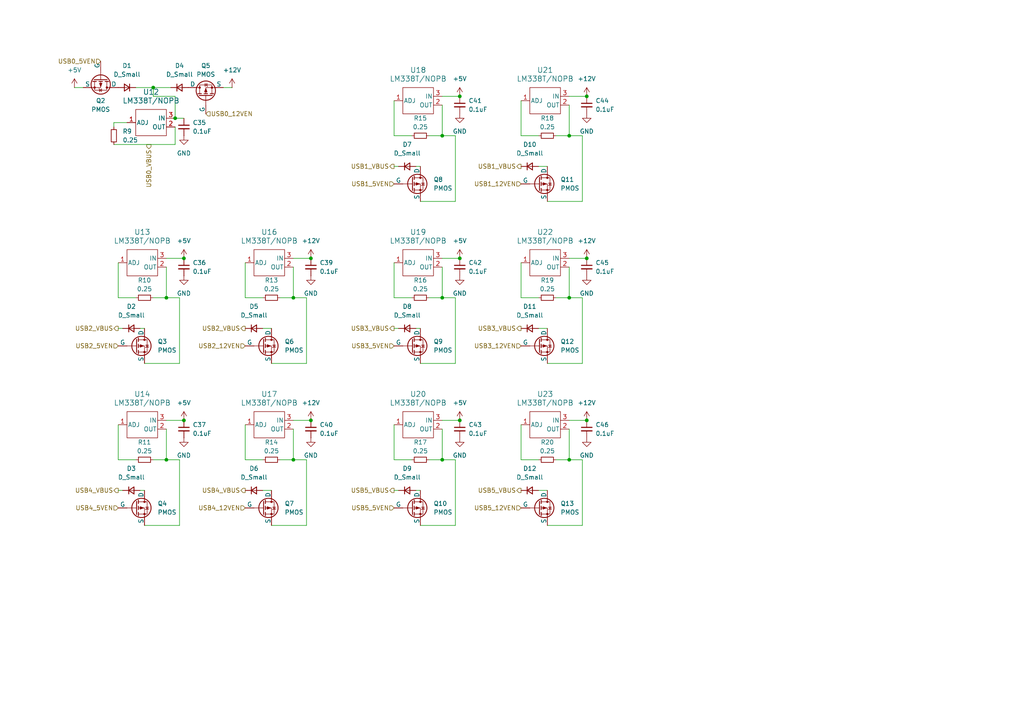
<source format=kicad_sch>
(kicad_sch
	(version 20250114)
	(generator "eeschema")
	(generator_version "9.0")
	(uuid "26213936-ef97-42e4-b583-ac98713d7ec8")
	(paper "A4")
	(lib_symbols
		(symbol "Device:C_Small"
			(pin_numbers
				(hide yes)
			)
			(pin_names
				(offset 0.254)
				(hide yes)
			)
			(exclude_from_sim no)
			(in_bom yes)
			(on_board yes)
			(property "Reference" "C"
				(at 0.254 1.778 0)
				(effects
					(font
						(size 1.27 1.27)
					)
					(justify left)
				)
			)
			(property "Value" "C_Small"
				(at 0.254 -2.032 0)
				(effects
					(font
						(size 1.27 1.27)
					)
					(justify left)
				)
			)
			(property "Footprint" ""
				(at 0 0 0)
				(effects
					(font
						(size 1.27 1.27)
					)
					(hide yes)
				)
			)
			(property "Datasheet" "~"
				(at 0 0 0)
				(effects
					(font
						(size 1.27 1.27)
					)
					(hide yes)
				)
			)
			(property "Description" "Unpolarized capacitor, small symbol"
				(at 0 0 0)
				(effects
					(font
						(size 1.27 1.27)
					)
					(hide yes)
				)
			)
			(property "ki_keywords" "capacitor cap"
				(at 0 0 0)
				(effects
					(font
						(size 1.27 1.27)
					)
					(hide yes)
				)
			)
			(property "ki_fp_filters" "C_*"
				(at 0 0 0)
				(effects
					(font
						(size 1.27 1.27)
					)
					(hide yes)
				)
			)
			(symbol "C_Small_0_1"
				(polyline
					(pts
						(xy -1.524 0.508) (xy 1.524 0.508)
					)
					(stroke
						(width 0.3048)
						(type default)
					)
					(fill
						(type none)
					)
				)
				(polyline
					(pts
						(xy -1.524 -0.508) (xy 1.524 -0.508)
					)
					(stroke
						(width 0.3302)
						(type default)
					)
					(fill
						(type none)
					)
				)
			)
			(symbol "C_Small_1_1"
				(pin passive line
					(at 0 2.54 270)
					(length 2.032)
					(name "~"
						(effects
							(font
								(size 1.27 1.27)
							)
						)
					)
					(number "1"
						(effects
							(font
								(size 1.27 1.27)
							)
						)
					)
				)
				(pin passive line
					(at 0 -2.54 90)
					(length 2.032)
					(name "~"
						(effects
							(font
								(size 1.27 1.27)
							)
						)
					)
					(number "2"
						(effects
							(font
								(size 1.27 1.27)
							)
						)
					)
				)
			)
			(embedded_fonts no)
		)
		(symbol "Device:D_Small"
			(pin_numbers
				(hide yes)
			)
			(pin_names
				(offset 0.254)
				(hide yes)
			)
			(exclude_from_sim no)
			(in_bom yes)
			(on_board yes)
			(property "Reference" "D"
				(at -1.27 2.032 0)
				(effects
					(font
						(size 1.27 1.27)
					)
					(justify left)
				)
			)
			(property "Value" "D_Small"
				(at -3.81 -2.032 0)
				(effects
					(font
						(size 1.27 1.27)
					)
					(justify left)
				)
			)
			(property "Footprint" ""
				(at 0 0 90)
				(effects
					(font
						(size 1.27 1.27)
					)
					(hide yes)
				)
			)
			(property "Datasheet" "~"
				(at 0 0 90)
				(effects
					(font
						(size 1.27 1.27)
					)
					(hide yes)
				)
			)
			(property "Description" "Diode, small symbol"
				(at 0 0 0)
				(effects
					(font
						(size 1.27 1.27)
					)
					(hide yes)
				)
			)
			(property "Sim.Device" "D"
				(at 0 0 0)
				(effects
					(font
						(size 1.27 1.27)
					)
					(hide yes)
				)
			)
			(property "Sim.Pins" "1=K 2=A"
				(at 0 0 0)
				(effects
					(font
						(size 1.27 1.27)
					)
					(hide yes)
				)
			)
			(property "ki_keywords" "diode"
				(at 0 0 0)
				(effects
					(font
						(size 1.27 1.27)
					)
					(hide yes)
				)
			)
			(property "ki_fp_filters" "TO-???* *_Diode_* *SingleDiode* D_*"
				(at 0 0 0)
				(effects
					(font
						(size 1.27 1.27)
					)
					(hide yes)
				)
			)
			(symbol "D_Small_0_1"
				(polyline
					(pts
						(xy -0.762 0) (xy 0.762 0)
					)
					(stroke
						(width 0)
						(type default)
					)
					(fill
						(type none)
					)
				)
				(polyline
					(pts
						(xy -0.762 -1.016) (xy -0.762 1.016)
					)
					(stroke
						(width 0.254)
						(type default)
					)
					(fill
						(type none)
					)
				)
				(polyline
					(pts
						(xy 0.762 -1.016) (xy -0.762 0) (xy 0.762 1.016) (xy 0.762 -1.016)
					)
					(stroke
						(width 0.254)
						(type default)
					)
					(fill
						(type none)
					)
				)
			)
			(symbol "D_Small_1_1"
				(pin passive line
					(at -2.54 0 0)
					(length 1.778)
					(name "K"
						(effects
							(font
								(size 1.27 1.27)
							)
						)
					)
					(number "1"
						(effects
							(font
								(size 1.27 1.27)
							)
						)
					)
				)
				(pin passive line
					(at 2.54 0 180)
					(length 1.778)
					(name "A"
						(effects
							(font
								(size 1.27 1.27)
							)
						)
					)
					(number "2"
						(effects
							(font
								(size 1.27 1.27)
							)
						)
					)
				)
			)
			(embedded_fonts no)
		)
		(symbol "Device:R_Small"
			(pin_numbers
				(hide yes)
			)
			(pin_names
				(offset 0.254)
				(hide yes)
			)
			(exclude_from_sim no)
			(in_bom yes)
			(on_board yes)
			(property "Reference" "R"
				(at 0.762 0.508 0)
				(effects
					(font
						(size 1.27 1.27)
					)
					(justify left)
				)
			)
			(property "Value" "R_Small"
				(at 0.762 -1.016 0)
				(effects
					(font
						(size 1.27 1.27)
					)
					(justify left)
				)
			)
			(property "Footprint" ""
				(at 0 0 0)
				(effects
					(font
						(size 1.27 1.27)
					)
					(hide yes)
				)
			)
			(property "Datasheet" "~"
				(at 0 0 0)
				(effects
					(font
						(size 1.27 1.27)
					)
					(hide yes)
				)
			)
			(property "Description" "Resistor, small symbol"
				(at 0 0 0)
				(effects
					(font
						(size 1.27 1.27)
					)
					(hide yes)
				)
			)
			(property "ki_keywords" "R resistor"
				(at 0 0 0)
				(effects
					(font
						(size 1.27 1.27)
					)
					(hide yes)
				)
			)
			(property "ki_fp_filters" "R_*"
				(at 0 0 0)
				(effects
					(font
						(size 1.27 1.27)
					)
					(hide yes)
				)
			)
			(symbol "R_Small_0_1"
				(rectangle
					(start -0.762 1.778)
					(end 0.762 -1.778)
					(stroke
						(width 0.2032)
						(type default)
					)
					(fill
						(type none)
					)
				)
			)
			(symbol "R_Small_1_1"
				(pin passive line
					(at 0 2.54 270)
					(length 0.762)
					(name "~"
						(effects
							(font
								(size 1.27 1.27)
							)
						)
					)
					(number "1"
						(effects
							(font
								(size 1.27 1.27)
							)
						)
					)
				)
				(pin passive line
					(at 0 -2.54 90)
					(length 0.762)
					(name "~"
						(effects
							(font
								(size 1.27 1.27)
							)
						)
					)
					(number "2"
						(effects
							(font
								(size 1.27 1.27)
							)
						)
					)
				)
			)
			(embedded_fonts no)
		)
		(symbol "LM338:LM338T_NOPB"
			(pin_names
				(offset 0.254)
			)
			(exclude_from_sim no)
			(in_bom yes)
			(on_board yes)
			(property "Reference" "U"
				(at 22.098 7.112 0)
				(effects
					(font
						(size 1.524 1.524)
					)
				)
			)
			(property "Value" "LM338T/NOPB"
				(at 22.098 4.572 0)
				(effects
					(font
						(size 1.524 1.524)
					)
				)
			)
			(property "Footprint" "T03B_TEX"
				(at 21.844 4.572 0)
				(effects
					(font
						(size 1.27 1.27)
						(italic yes)
					)
					(hide yes)
				)
			)
			(property "Datasheet" "LM338T/NOPB"
				(at 21.844 4.572 0)
				(effects
					(font
						(size 1.27 1.27)
						(italic yes)
					)
					(hide yes)
				)
			)
			(property "Description" ""
				(at 0 0 0)
				(effects
					(font
						(size 1.27 1.27)
					)
					(hide yes)
				)
			)
			(property "ki_locked" ""
				(at 0 0 0)
				(effects
					(font
						(size 1.27 1.27)
					)
				)
			)
			(property "ki_keywords" "LM338T/NOPB"
				(at 0 0 0)
				(effects
					(font
						(size 1.27 1.27)
					)
					(hide yes)
				)
			)
			(property "ki_fp_filters" "T03B_TEX"
				(at 0 0 0)
				(effects
					(font
						(size 1.27 1.27)
					)
					(hide yes)
				)
			)
			(symbol "LM338T_NOPB_0_1"
				(pin input line
					(at 15.24 -1.27 0)
					(length 2.54)
					(name "ADJ"
						(effects
							(font
								(size 1.27 1.27)
							)
						)
					)
					(number "1"
						(effects
							(font
								(size 1.27 1.27)
							)
						)
					)
				)
				(pin power_in line
					(at 29.21 0 180)
					(length 2.54)
					(name "IN"
						(effects
							(font
								(size 1.27 1.27)
							)
						)
					)
					(number "3"
						(effects
							(font
								(size 1.27 1.27)
							)
						)
					)
				)
			)
			(symbol "LM338T_NOPB_1_1"
				(rectangle
					(start 17.78 2.54)
					(end 26.67 -5.08)
					(stroke
						(width 0)
						(type default)
					)
					(fill
						(type none)
					)
				)
				(pin power_out line
					(at 29.21 -2.54 180)
					(length 2.54)
					(name "OUT"
						(effects
							(font
								(size 1.27 1.27)
							)
						)
					)
					(number "2"
						(effects
							(font
								(size 1.27 1.27)
							)
						)
					)
				)
			)
			(embedded_fonts no)
		)
		(symbol "Simulation_SPICE:PMOS"
			(pin_numbers
				(hide yes)
			)
			(pin_names
				(offset 0)
			)
			(exclude_from_sim no)
			(in_bom yes)
			(on_board yes)
			(property "Reference" "Q"
				(at 5.08 1.27 0)
				(effects
					(font
						(size 1.27 1.27)
					)
					(justify left)
				)
			)
			(property "Value" "PMOS"
				(at 5.08 -1.27 0)
				(effects
					(font
						(size 1.27 1.27)
					)
					(justify left)
				)
			)
			(property "Footprint" ""
				(at 5.08 2.54 0)
				(effects
					(font
						(size 1.27 1.27)
					)
					(hide yes)
				)
			)
			(property "Datasheet" "https://ngspice.sourceforge.io/docs/ngspice-html-manual/manual.xhtml#cha_MOSFETs"
				(at 0 -12.7 0)
				(effects
					(font
						(size 1.27 1.27)
					)
					(hide yes)
				)
			)
			(property "Description" "P-MOSFET transistor, drain/source/gate"
				(at 0 0 0)
				(effects
					(font
						(size 1.27 1.27)
					)
					(hide yes)
				)
			)
			(property "Sim.Device" "PMOS"
				(at 0 -17.145 0)
				(effects
					(font
						(size 1.27 1.27)
					)
					(hide yes)
				)
			)
			(property "Sim.Type" "VDMOS"
				(at 0 -19.05 0)
				(effects
					(font
						(size 1.27 1.27)
					)
					(hide yes)
				)
			)
			(property "Sim.Pins" "1=D 2=G 3=S"
				(at 0 -15.24 0)
				(effects
					(font
						(size 1.27 1.27)
					)
					(hide yes)
				)
			)
			(property "ki_keywords" "transistor PMOS P-MOS P-MOSFET simulation"
				(at 0 0 0)
				(effects
					(font
						(size 1.27 1.27)
					)
					(hide yes)
				)
			)
			(symbol "PMOS_0_1"
				(polyline
					(pts
						(xy 0.254 1.905) (xy 0.254 -1.905)
					)
					(stroke
						(width 0.254)
						(type default)
					)
					(fill
						(type none)
					)
				)
				(polyline
					(pts
						(xy 0.254 0) (xy -2.54 0)
					)
					(stroke
						(width 0)
						(type default)
					)
					(fill
						(type none)
					)
				)
				(polyline
					(pts
						(xy 0.762 2.286) (xy 0.762 1.27)
					)
					(stroke
						(width 0.254)
						(type default)
					)
					(fill
						(type none)
					)
				)
				(polyline
					(pts
						(xy 0.762 1.778) (xy 3.302 1.778) (xy 3.302 -1.778) (xy 0.762 -1.778)
					)
					(stroke
						(width 0)
						(type default)
					)
					(fill
						(type none)
					)
				)
				(polyline
					(pts
						(xy 0.762 0.508) (xy 0.762 -0.508)
					)
					(stroke
						(width 0.254)
						(type default)
					)
					(fill
						(type none)
					)
				)
				(polyline
					(pts
						(xy 0.762 -1.27) (xy 0.762 -2.286)
					)
					(stroke
						(width 0.254)
						(type default)
					)
					(fill
						(type none)
					)
				)
				(circle
					(center 1.651 0)
					(radius 2.794)
					(stroke
						(width 0.254)
						(type default)
					)
					(fill
						(type none)
					)
				)
				(polyline
					(pts
						(xy 2.286 0) (xy 1.27 0.381) (xy 1.27 -0.381) (xy 2.286 0)
					)
					(stroke
						(width 0)
						(type default)
					)
					(fill
						(type outline)
					)
				)
				(polyline
					(pts
						(xy 2.54 2.54) (xy 2.54 1.778)
					)
					(stroke
						(width 0)
						(type default)
					)
					(fill
						(type none)
					)
				)
				(circle
					(center 2.54 1.778)
					(radius 0.254)
					(stroke
						(width 0)
						(type default)
					)
					(fill
						(type outline)
					)
				)
				(circle
					(center 2.54 -1.778)
					(radius 0.254)
					(stroke
						(width 0)
						(type default)
					)
					(fill
						(type outline)
					)
				)
				(polyline
					(pts
						(xy 2.54 -2.54) (xy 2.54 0) (xy 0.762 0)
					)
					(stroke
						(width 0)
						(type default)
					)
					(fill
						(type none)
					)
				)
				(polyline
					(pts
						(xy 2.794 -0.508) (xy 2.921 -0.381) (xy 3.683 -0.381) (xy 3.81 -0.254)
					)
					(stroke
						(width 0)
						(type default)
					)
					(fill
						(type none)
					)
				)
				(polyline
					(pts
						(xy 3.302 -0.381) (xy 2.921 0.254) (xy 3.683 0.254) (xy 3.302 -0.381)
					)
					(stroke
						(width 0)
						(type default)
					)
					(fill
						(type none)
					)
				)
			)
			(symbol "PMOS_1_1"
				(pin input line
					(at -5.08 0 0)
					(length 2.54)
					(name "G"
						(effects
							(font
								(size 1.27 1.27)
							)
						)
					)
					(number "2"
						(effects
							(font
								(size 1.27 1.27)
							)
						)
					)
				)
				(pin passive line
					(at 2.54 5.08 270)
					(length 2.54)
					(name "D"
						(effects
							(font
								(size 1.27 1.27)
							)
						)
					)
					(number "1"
						(effects
							(font
								(size 1.27 1.27)
							)
						)
					)
				)
				(pin passive line
					(at 2.54 -5.08 90)
					(length 2.54)
					(name "S"
						(effects
							(font
								(size 1.27 1.27)
							)
						)
					)
					(number "3"
						(effects
							(font
								(size 1.27 1.27)
							)
						)
					)
				)
			)
			(embedded_fonts no)
		)
		(symbol "power:+12V"
			(power)
			(pin_numbers
				(hide yes)
			)
			(pin_names
				(offset 0)
				(hide yes)
			)
			(exclude_from_sim no)
			(in_bom yes)
			(on_board yes)
			(property "Reference" "#PWR"
				(at 0 -3.81 0)
				(effects
					(font
						(size 1.27 1.27)
					)
					(hide yes)
				)
			)
			(property "Value" "+12V"
				(at 0 3.556 0)
				(effects
					(font
						(size 1.27 1.27)
					)
				)
			)
			(property "Footprint" ""
				(at 0 0 0)
				(effects
					(font
						(size 1.27 1.27)
					)
					(hide yes)
				)
			)
			(property "Datasheet" ""
				(at 0 0 0)
				(effects
					(font
						(size 1.27 1.27)
					)
					(hide yes)
				)
			)
			(property "Description" "Power symbol creates a global label with name \"+12V\""
				(at 0 0 0)
				(effects
					(font
						(size 1.27 1.27)
					)
					(hide yes)
				)
			)
			(property "ki_keywords" "global power"
				(at 0 0 0)
				(effects
					(font
						(size 1.27 1.27)
					)
					(hide yes)
				)
			)
			(symbol "+12V_0_1"
				(polyline
					(pts
						(xy -0.762 1.27) (xy 0 2.54)
					)
					(stroke
						(width 0)
						(type default)
					)
					(fill
						(type none)
					)
				)
				(polyline
					(pts
						(xy 0 2.54) (xy 0.762 1.27)
					)
					(stroke
						(width 0)
						(type default)
					)
					(fill
						(type none)
					)
				)
				(polyline
					(pts
						(xy 0 0) (xy 0 2.54)
					)
					(stroke
						(width 0)
						(type default)
					)
					(fill
						(type none)
					)
				)
			)
			(symbol "+12V_1_1"
				(pin power_in line
					(at 0 0 90)
					(length 0)
					(name "~"
						(effects
							(font
								(size 1.27 1.27)
							)
						)
					)
					(number "1"
						(effects
							(font
								(size 1.27 1.27)
							)
						)
					)
				)
			)
			(embedded_fonts no)
		)
		(symbol "power:+5V"
			(power)
			(pin_numbers
				(hide yes)
			)
			(pin_names
				(offset 0)
				(hide yes)
			)
			(exclude_from_sim no)
			(in_bom yes)
			(on_board yes)
			(property "Reference" "#PWR"
				(at 0 -3.81 0)
				(effects
					(font
						(size 1.27 1.27)
					)
					(hide yes)
				)
			)
			(property "Value" "+5V"
				(at 0 3.556 0)
				(effects
					(font
						(size 1.27 1.27)
					)
				)
			)
			(property "Footprint" ""
				(at 0 0 0)
				(effects
					(font
						(size 1.27 1.27)
					)
					(hide yes)
				)
			)
			(property "Datasheet" ""
				(at 0 0 0)
				(effects
					(font
						(size 1.27 1.27)
					)
					(hide yes)
				)
			)
			(property "Description" "Power symbol creates a global label with name \"+5V\""
				(at 0 0 0)
				(effects
					(font
						(size 1.27 1.27)
					)
					(hide yes)
				)
			)
			(property "ki_keywords" "global power"
				(at 0 0 0)
				(effects
					(font
						(size 1.27 1.27)
					)
					(hide yes)
				)
			)
			(symbol "+5V_0_1"
				(polyline
					(pts
						(xy -0.762 1.27) (xy 0 2.54)
					)
					(stroke
						(width 0)
						(type default)
					)
					(fill
						(type none)
					)
				)
				(polyline
					(pts
						(xy 0 2.54) (xy 0.762 1.27)
					)
					(stroke
						(width 0)
						(type default)
					)
					(fill
						(type none)
					)
				)
				(polyline
					(pts
						(xy 0 0) (xy 0 2.54)
					)
					(stroke
						(width 0)
						(type default)
					)
					(fill
						(type none)
					)
				)
			)
			(symbol "+5V_1_1"
				(pin power_in line
					(at 0 0 90)
					(length 0)
					(name "~"
						(effects
							(font
								(size 1.27 1.27)
							)
						)
					)
					(number "1"
						(effects
							(font
								(size 1.27 1.27)
							)
						)
					)
				)
			)
			(embedded_fonts no)
		)
		(symbol "power:GND"
			(power)
			(pin_numbers
				(hide yes)
			)
			(pin_names
				(offset 0)
				(hide yes)
			)
			(exclude_from_sim no)
			(in_bom yes)
			(on_board yes)
			(property "Reference" "#PWR"
				(at 0 -6.35 0)
				(effects
					(font
						(size 1.27 1.27)
					)
					(hide yes)
				)
			)
			(property "Value" "GND"
				(at 0 -3.81 0)
				(effects
					(font
						(size 1.27 1.27)
					)
				)
			)
			(property "Footprint" ""
				(at 0 0 0)
				(effects
					(font
						(size 1.27 1.27)
					)
					(hide yes)
				)
			)
			(property "Datasheet" ""
				(at 0 0 0)
				(effects
					(font
						(size 1.27 1.27)
					)
					(hide yes)
				)
			)
			(property "Description" "Power symbol creates a global label with name \"GND\" , ground"
				(at 0 0 0)
				(effects
					(font
						(size 1.27 1.27)
					)
					(hide yes)
				)
			)
			(property "ki_keywords" "global power"
				(at 0 0 0)
				(effects
					(font
						(size 1.27 1.27)
					)
					(hide yes)
				)
			)
			(symbol "GND_0_1"
				(polyline
					(pts
						(xy 0 0) (xy 0 -1.27) (xy 1.27 -1.27) (xy 0 -2.54) (xy -1.27 -1.27) (xy 0 -1.27)
					)
					(stroke
						(width 0)
						(type default)
					)
					(fill
						(type none)
					)
				)
			)
			(symbol "GND_1_1"
				(pin power_in line
					(at 0 0 270)
					(length 0)
					(name "~"
						(effects
							(font
								(size 1.27 1.27)
							)
						)
					)
					(number "1"
						(effects
							(font
								(size 1.27 1.27)
							)
						)
					)
				)
			)
			(embedded_fonts no)
		)
	)
	(junction
		(at 165.1 86.36)
		(diameter 0)
		(color 0 0 0 0)
		(uuid "0010da43-a340-491f-9985-e7d9ed337174")
	)
	(junction
		(at 48.26 133.35)
		(diameter 0)
		(color 0 0 0 0)
		(uuid "04f284bf-01e6-4360-9efe-7241808ed89f")
	)
	(junction
		(at 128.27 39.37)
		(diameter 0)
		(color 0 0 0 0)
		(uuid "058bed93-c6c1-4e2e-96e9-17ba30e15121")
	)
	(junction
		(at 128.27 86.36)
		(diameter 0)
		(color 0 0 0 0)
		(uuid "179e498a-ad2d-4155-a108-c619c10741a3")
	)
	(junction
		(at 90.17 74.93)
		(diameter 0)
		(color 0 0 0 0)
		(uuid "1de914d0-e94e-449a-af30-07c5c321290e")
	)
	(junction
		(at 165.1 133.35)
		(diameter 0)
		(color 0 0 0 0)
		(uuid "3d25a601-6996-4a41-bf73-e970b3cf2b35")
	)
	(junction
		(at 133.35 74.93)
		(diameter 0)
		(color 0 0 0 0)
		(uuid "425fd5cb-8deb-4f1c-a2e1-cdab07c59aa3")
	)
	(junction
		(at 133.35 27.94)
		(diameter 0)
		(color 0 0 0 0)
		(uuid "440f563a-d5ce-4d0d-9e13-ea9353d7d67e")
	)
	(junction
		(at 170.18 121.92)
		(diameter 0)
		(color 0 0 0 0)
		(uuid "452d6204-dd4e-4fc5-a26d-e97436a14c08")
	)
	(junction
		(at 128.27 133.35)
		(diameter 0)
		(color 0 0 0 0)
		(uuid "5ff05616-3f59-43ca-ac43-a315288d5eb0")
	)
	(junction
		(at 85.09 133.35)
		(diameter 0)
		(color 0 0 0 0)
		(uuid "730038e0-e73d-4fb8-ad33-07a2627886c2")
	)
	(junction
		(at 53.34 74.93)
		(diameter 0)
		(color 0 0 0 0)
		(uuid "785c26ec-5170-4bb7-a0fc-0b07b0018c85")
	)
	(junction
		(at 53.34 121.92)
		(diameter 0)
		(color 0 0 0 0)
		(uuid "79af75b8-2f31-4626-93c2-800e1fc8d27d")
	)
	(junction
		(at 170.18 74.93)
		(diameter 0)
		(color 0 0 0 0)
		(uuid "7dc3145c-fb8f-4a48-a3f3-7410cc7e8977")
	)
	(junction
		(at 50.8 34.29)
		(diameter 0)
		(color 0 0 0 0)
		(uuid "8c731d6c-9da2-443f-9b47-afac59df93eb")
	)
	(junction
		(at 44.45 25.4)
		(diameter 0)
		(color 0 0 0 0)
		(uuid "9011aaec-7d51-4dc6-a0c5-da1552bf953b")
	)
	(junction
		(at 48.26 86.36)
		(diameter 0)
		(color 0 0 0 0)
		(uuid "b64baec5-3b10-47c0-a7a2-69a188717279")
	)
	(junction
		(at 90.17 121.92)
		(diameter 0)
		(color 0 0 0 0)
		(uuid "c913d541-5e8a-4276-b4ad-e8fca238576c")
	)
	(junction
		(at 133.35 121.92)
		(diameter 0)
		(color 0 0 0 0)
		(uuid "d07c818b-ae3b-4c47-af92-18e054dcf336")
	)
	(junction
		(at 170.18 27.94)
		(diameter 0)
		(color 0 0 0 0)
		(uuid "e25bea4c-1d6d-45ae-883b-6fe35047435f")
	)
	(junction
		(at 85.09 86.36)
		(diameter 0)
		(color 0 0 0 0)
		(uuid "e7bda736-cfaf-4360-9aa6-3d27ea3eca32")
	)
	(junction
		(at 165.1 39.37)
		(diameter 0)
		(color 0 0 0 0)
		(uuid "f1061cd1-7237-49c7-88c0-f024b771837a")
	)
	(wire
		(pts
			(xy 78.74 152.4) (xy 88.9 152.4)
		)
		(stroke
			(width 0)
			(type default)
		)
		(uuid "01f82bf4-0978-40b7-b9cc-6827834faf3b")
	)
	(wire
		(pts
			(xy 114.3 39.37) (xy 119.38 39.37)
		)
		(stroke
			(width 0)
			(type default)
		)
		(uuid "037a74b1-5528-4a78-9956-9887a75a2e5f")
	)
	(wire
		(pts
			(xy 50.8 34.29) (xy 53.34 34.29)
		)
		(stroke
			(width 0)
			(type default)
		)
		(uuid "07516bb8-23d9-4095-b76f-365b2937cb6e")
	)
	(wire
		(pts
			(xy 88.9 152.4) (xy 88.9 133.35)
		)
		(stroke
			(width 0)
			(type default)
		)
		(uuid "0869612f-5a8c-4e34-b79b-cd1a2dbe5dd3")
	)
	(wire
		(pts
			(xy 44.45 25.4) (xy 49.53 25.4)
		)
		(stroke
			(width 0)
			(type default)
		)
		(uuid "094bdbf4-9f14-42b5-9a6f-802d4aef604b")
	)
	(wire
		(pts
			(xy 156.21 142.24) (xy 158.75 142.24)
		)
		(stroke
			(width 0)
			(type default)
		)
		(uuid "0b1ee825-d3e4-4f8b-bc7b-f72b974f480a")
	)
	(wire
		(pts
			(xy 156.21 95.25) (xy 158.75 95.25)
		)
		(stroke
			(width 0)
			(type default)
		)
		(uuid "0b355963-c6c7-4d50-a35d-0bc077416e0d")
	)
	(wire
		(pts
			(xy 33.02 35.56) (xy 36.83 35.56)
		)
		(stroke
			(width 0)
			(type default)
		)
		(uuid "0d3bb937-be3f-4d06-82d3-ebc9225324cd")
	)
	(wire
		(pts
			(xy 165.1 27.94) (xy 170.18 27.94)
		)
		(stroke
			(width 0)
			(type default)
		)
		(uuid "0e846326-4848-49fd-b96a-e397da8940d8")
	)
	(wire
		(pts
			(xy 168.91 152.4) (xy 168.91 133.35)
		)
		(stroke
			(width 0)
			(type default)
		)
		(uuid "0fb8edd9-fbe4-4eb1-a0c5-c2296454809a")
	)
	(wire
		(pts
			(xy 151.13 133.35) (xy 156.21 133.35)
		)
		(stroke
			(width 0)
			(type default)
		)
		(uuid "109f786b-004b-4aba-95c7-30dda5bd36c8")
	)
	(wire
		(pts
			(xy 40.64 95.25) (xy 41.91 95.25)
		)
		(stroke
			(width 0)
			(type default)
		)
		(uuid "11500d47-9bd9-44b5-917d-e891bf02381e")
	)
	(wire
		(pts
			(xy 132.08 58.42) (xy 132.08 39.37)
		)
		(stroke
			(width 0)
			(type default)
		)
		(uuid "1236e857-63e3-4ae5-acde-cbb1396a7fba")
	)
	(wire
		(pts
			(xy 48.26 77.47) (xy 48.26 86.36)
		)
		(stroke
			(width 0)
			(type default)
		)
		(uuid "142eb030-db15-47b1-8ba3-ae72ef3157c5")
	)
	(wire
		(pts
			(xy 85.09 86.36) (xy 85.09 77.47)
		)
		(stroke
			(width 0)
			(type default)
		)
		(uuid "15848f1f-87c0-42e1-9298-73b971c4a2c6")
	)
	(wire
		(pts
			(xy 88.9 133.35) (xy 85.09 133.35)
		)
		(stroke
			(width 0)
			(type default)
		)
		(uuid "18371aa4-ccd5-4283-bd7c-e6548b3dd228")
	)
	(wire
		(pts
			(xy 158.75 58.42) (xy 168.91 58.42)
		)
		(stroke
			(width 0)
			(type default)
		)
		(uuid "195e3464-88a9-432a-a68c-42870f067b7d")
	)
	(wire
		(pts
			(xy 161.29 39.37) (xy 165.1 39.37)
		)
		(stroke
			(width 0)
			(type default)
		)
		(uuid "1bc6f3cb-33b8-4f45-9025-9b950e71ade3")
	)
	(wire
		(pts
			(xy 48.26 86.36) (xy 44.45 86.36)
		)
		(stroke
			(width 0)
			(type default)
		)
		(uuid "1e3370be-1d99-4562-983e-32fbb84071a2")
	)
	(wire
		(pts
			(xy 76.2 95.25) (xy 78.74 95.25)
		)
		(stroke
			(width 0)
			(type default)
		)
		(uuid "1fb94cc6-6277-4eea-8cd5-5cb35da709b3")
	)
	(wire
		(pts
			(xy 165.1 74.93) (xy 170.18 74.93)
		)
		(stroke
			(width 0)
			(type default)
		)
		(uuid "1fcdd10b-58f4-4248-810f-5de377f57374")
	)
	(wire
		(pts
			(xy 52.07 133.35) (xy 48.26 133.35)
		)
		(stroke
			(width 0)
			(type default)
		)
		(uuid "2138a019-2bc2-4e9d-ab68-1b42b377719e")
	)
	(wire
		(pts
			(xy 71.12 86.36) (xy 76.2 86.36)
		)
		(stroke
			(width 0)
			(type default)
		)
		(uuid "29e5fd4d-97c2-4ce8-9560-59ea8ba8d62e")
	)
	(wire
		(pts
			(xy 114.3 86.36) (xy 119.38 86.36)
		)
		(stroke
			(width 0)
			(type default)
		)
		(uuid "2c077aa9-52ad-4a0d-9ae3-56c2dde30bbf")
	)
	(wire
		(pts
			(xy 85.09 133.35) (xy 85.09 124.46)
		)
		(stroke
			(width 0)
			(type default)
		)
		(uuid "2db1299f-b6d3-4675-97d0-672f638222d3")
	)
	(wire
		(pts
			(xy 120.65 48.26) (xy 121.92 48.26)
		)
		(stroke
			(width 0)
			(type default)
		)
		(uuid "2de384b2-b402-4f58-813b-859b7c877472")
	)
	(wire
		(pts
			(xy 120.65 142.24) (xy 121.92 142.24)
		)
		(stroke
			(width 0)
			(type default)
		)
		(uuid "2e3b4f5e-c4d9-457c-bfb7-6883be2d914a")
	)
	(wire
		(pts
			(xy 52.07 152.4) (xy 52.07 133.35)
		)
		(stroke
			(width 0)
			(type default)
		)
		(uuid "363d1fd6-5775-4d4b-90ed-a0951fbf8225")
	)
	(wire
		(pts
			(xy 85.09 121.92) (xy 90.17 121.92)
		)
		(stroke
			(width 0)
			(type default)
		)
		(uuid "3a1e8b5f-9f64-48b3-a312-a41f59415549")
	)
	(wire
		(pts
			(xy 161.29 133.35) (xy 165.1 133.35)
		)
		(stroke
			(width 0)
			(type default)
		)
		(uuid "3a6541e6-68a4-4359-9be2-2d05c0dc7630")
	)
	(wire
		(pts
			(xy 41.91 152.4) (xy 52.07 152.4)
		)
		(stroke
			(width 0)
			(type default)
		)
		(uuid "3aea5010-681c-4a03-a58e-6659b615850a")
	)
	(wire
		(pts
			(xy 128.27 39.37) (xy 124.46 39.37)
		)
		(stroke
			(width 0)
			(type default)
		)
		(uuid "3f9adeef-ac53-4f74-8185-592572ee414c")
	)
	(wire
		(pts
			(xy 78.74 105.41) (xy 88.9 105.41)
		)
		(stroke
			(width 0)
			(type default)
		)
		(uuid "46e80345-483c-468a-a127-b6c5dec73fc7")
	)
	(wire
		(pts
			(xy 52.07 86.36) (xy 48.26 86.36)
		)
		(stroke
			(width 0)
			(type default)
		)
		(uuid "470a8a97-2ba9-4376-a740-19c9c36276f2")
	)
	(wire
		(pts
			(xy 114.3 95.25) (xy 115.57 95.25)
		)
		(stroke
			(width 0)
			(type default)
		)
		(uuid "47f20596-09ce-4631-9e98-dbcabe99c7f5")
	)
	(wire
		(pts
			(xy 48.26 121.92) (xy 53.34 121.92)
		)
		(stroke
			(width 0)
			(type default)
		)
		(uuid "4926d0c3-efd7-40f0-abdc-483b3565d48f")
	)
	(wire
		(pts
			(xy 50.8 27.94) (xy 44.45 27.94)
		)
		(stroke
			(width 0)
			(type default)
		)
		(uuid "4b877478-0d9d-4519-a011-0452deaa841b")
	)
	(wire
		(pts
			(xy 120.65 95.25) (xy 121.92 95.25)
		)
		(stroke
			(width 0)
			(type default)
		)
		(uuid "4be5af38-4375-407a-942f-3675e0f5b5b7")
	)
	(wire
		(pts
			(xy 156.21 48.26) (xy 158.75 48.26)
		)
		(stroke
			(width 0)
			(type default)
		)
		(uuid "4f0c2c1a-e8c3-4537-8c67-25c2a109c365")
	)
	(wire
		(pts
			(xy 114.3 123.19) (xy 114.3 133.35)
		)
		(stroke
			(width 0)
			(type default)
		)
		(uuid "52eae3f6-63bc-4acd-bccb-96e033ff581b")
	)
	(wire
		(pts
			(xy 67.31 25.4) (xy 64.77 25.4)
		)
		(stroke
			(width 0)
			(type default)
		)
		(uuid "541d7e42-2ef8-47f8-8029-2b58fcc14d1e")
	)
	(wire
		(pts
			(xy 33.02 41.91) (xy 50.8 41.91)
		)
		(stroke
			(width 0)
			(type default)
		)
		(uuid "5445059a-2d22-4ab9-9a0c-5e64ddf599c3")
	)
	(wire
		(pts
			(xy 165.1 86.36) (xy 165.1 77.47)
		)
		(stroke
			(width 0)
			(type default)
		)
		(uuid "55906427-21fd-4365-bac4-53cec28e2e3e")
	)
	(wire
		(pts
			(xy 128.27 133.35) (xy 124.46 133.35)
		)
		(stroke
			(width 0)
			(type default)
		)
		(uuid "57f19535-3515-4c28-a333-089e30faa1f4")
	)
	(wire
		(pts
			(xy 165.1 39.37) (xy 165.1 30.48)
		)
		(stroke
			(width 0)
			(type default)
		)
		(uuid "5af82f5c-ab81-43ad-87a6-c8df82160477")
	)
	(wire
		(pts
			(xy 40.64 142.24) (xy 41.91 142.24)
		)
		(stroke
			(width 0)
			(type default)
		)
		(uuid "5f1fad05-1d45-4dc7-9952-97fb61e71ffb")
	)
	(wire
		(pts
			(xy 168.91 105.41) (xy 168.91 86.36)
		)
		(stroke
			(width 0)
			(type default)
		)
		(uuid "6281ba48-e8a6-4350-b7a3-ad1fc919d7dd")
	)
	(wire
		(pts
			(xy 34.29 123.19) (xy 34.29 133.35)
		)
		(stroke
			(width 0)
			(type default)
		)
		(uuid "6cdbf2e0-d6bc-44d6-8f05-40e64678d6f5")
	)
	(wire
		(pts
			(xy 151.13 39.37) (xy 156.21 39.37)
		)
		(stroke
			(width 0)
			(type default)
		)
		(uuid "7523b931-c74c-41de-94fe-06450b71cb5d")
	)
	(wire
		(pts
			(xy 34.29 95.25) (xy 35.56 95.25)
		)
		(stroke
			(width 0)
			(type default)
		)
		(uuid "7c4894fa-8353-40c2-b74d-0ab57e9f14ba")
	)
	(wire
		(pts
			(xy 128.27 74.93) (xy 133.35 74.93)
		)
		(stroke
			(width 0)
			(type default)
		)
		(uuid "7dbc7bbe-9d8f-4b78-846d-6c9bdb5de32c")
	)
	(wire
		(pts
			(xy 34.29 76.2) (xy 34.29 86.36)
		)
		(stroke
			(width 0)
			(type default)
		)
		(uuid "81a91a56-1f1c-4860-8dd8-c356d65edae7")
	)
	(wire
		(pts
			(xy 151.13 123.19) (xy 151.13 133.35)
		)
		(stroke
			(width 0)
			(type default)
		)
		(uuid "84fa23b3-4bdd-41bd-a3be-692089a9c6ed")
	)
	(wire
		(pts
			(xy 151.13 86.36) (xy 156.21 86.36)
		)
		(stroke
			(width 0)
			(type default)
		)
		(uuid "851f3342-caed-4e39-9332-7d5dd86de2a8")
	)
	(wire
		(pts
			(xy 48.26 133.35) (xy 44.45 133.35)
		)
		(stroke
			(width 0)
			(type default)
		)
		(uuid "889ce7d0-db63-4dce-bc56-7e3ea4412ce3")
	)
	(wire
		(pts
			(xy 132.08 152.4) (xy 132.08 133.35)
		)
		(stroke
			(width 0)
			(type default)
		)
		(uuid "8a7debb8-19ea-491f-b30b-900a5693ca1e")
	)
	(wire
		(pts
			(xy 71.12 123.19) (xy 71.12 133.35)
		)
		(stroke
			(width 0)
			(type default)
		)
		(uuid "8a9ea9e0-9467-48d7-827b-1ac6f9ee3ba4")
	)
	(wire
		(pts
			(xy 121.92 105.41) (xy 132.08 105.41)
		)
		(stroke
			(width 0)
			(type default)
		)
		(uuid "8b3637be-f052-4a43-a318-2b052d7eecfb")
	)
	(wire
		(pts
			(xy 88.9 105.41) (xy 88.9 86.36)
		)
		(stroke
			(width 0)
			(type default)
		)
		(uuid "8b9868a4-3f07-4dec-85f2-292ca43f9aa2")
	)
	(wire
		(pts
			(xy 34.29 86.36) (xy 39.37 86.36)
		)
		(stroke
			(width 0)
			(type default)
		)
		(uuid "8e11df18-4464-4d76-b909-5d0011740e2a")
	)
	(wire
		(pts
			(xy 168.91 133.35) (xy 165.1 133.35)
		)
		(stroke
			(width 0)
			(type default)
		)
		(uuid "93cfce00-ad3c-47cc-80c6-03b6a621546f")
	)
	(wire
		(pts
			(xy 132.08 133.35) (xy 128.27 133.35)
		)
		(stroke
			(width 0)
			(type default)
		)
		(uuid "970c4d91-bb28-4772-aa48-dfd1e82d6f77")
	)
	(wire
		(pts
			(xy 71.12 133.35) (xy 76.2 133.35)
		)
		(stroke
			(width 0)
			(type default)
		)
		(uuid "988e878a-15f2-465c-8ec8-2dd84d03b67d")
	)
	(wire
		(pts
			(xy 34.29 133.35) (xy 39.37 133.35)
		)
		(stroke
			(width 0)
			(type default)
		)
		(uuid "99369466-9265-42e4-9ceb-2f7b757e44e3")
	)
	(wire
		(pts
			(xy 88.9 86.36) (xy 85.09 86.36)
		)
		(stroke
			(width 0)
			(type default)
		)
		(uuid "9b7da318-c8b5-4663-96d0-7f46d5fa047c")
	)
	(wire
		(pts
			(xy 114.3 133.35) (xy 119.38 133.35)
		)
		(stroke
			(width 0)
			(type default)
		)
		(uuid "a01f5ef9-6e26-406e-9d4c-d06d24294b83")
	)
	(wire
		(pts
			(xy 121.92 152.4) (xy 132.08 152.4)
		)
		(stroke
			(width 0)
			(type default)
		)
		(uuid "a1fa1110-a2be-4c53-94e0-c315d0bf0331")
	)
	(wire
		(pts
			(xy 132.08 86.36) (xy 128.27 86.36)
		)
		(stroke
			(width 0)
			(type default)
		)
		(uuid "a3f303a9-f57a-4e81-bc6d-e3f9b3385ac5")
	)
	(wire
		(pts
			(xy 132.08 105.41) (xy 132.08 86.36)
		)
		(stroke
			(width 0)
			(type default)
		)
		(uuid "a447f6f6-79ea-43b0-a985-57b7ee56b31c")
	)
	(wire
		(pts
			(xy 165.1 133.35) (xy 165.1 124.46)
		)
		(stroke
			(width 0)
			(type default)
		)
		(uuid "a569d579-1127-4939-b788-4c09febc41e8")
	)
	(wire
		(pts
			(xy 41.91 105.41) (xy 52.07 105.41)
		)
		(stroke
			(width 0)
			(type default)
		)
		(uuid "a73a26a4-81dc-49c8-85af-d83698741a79")
	)
	(wire
		(pts
			(xy 128.27 77.47) (xy 128.27 86.36)
		)
		(stroke
			(width 0)
			(type default)
		)
		(uuid "a78840e6-e2c8-4177-8c7c-66529ea89f67")
	)
	(wire
		(pts
			(xy 81.28 133.35) (xy 85.09 133.35)
		)
		(stroke
			(width 0)
			(type default)
		)
		(uuid "a8be9f28-03ca-4f81-af39-1572a9ae309b")
	)
	(wire
		(pts
			(xy 114.3 29.21) (xy 114.3 39.37)
		)
		(stroke
			(width 0)
			(type default)
		)
		(uuid "ad900aab-275a-4a7c-b4a6-089d4e34c356")
	)
	(wire
		(pts
			(xy 114.3 142.24) (xy 115.57 142.24)
		)
		(stroke
			(width 0)
			(type default)
		)
		(uuid "ade93400-25d8-4d09-b63f-04496c899853")
	)
	(wire
		(pts
			(xy 114.3 48.26) (xy 115.57 48.26)
		)
		(stroke
			(width 0)
			(type default)
		)
		(uuid "af4768df-27fb-4d92-9bfc-7ba46dc3465b")
	)
	(wire
		(pts
			(xy 128.27 124.46) (xy 128.27 133.35)
		)
		(stroke
			(width 0)
			(type default)
		)
		(uuid "b1dd97e3-f868-4fc9-a26c-81ec927ba3db")
	)
	(wire
		(pts
			(xy 168.91 86.36) (xy 165.1 86.36)
		)
		(stroke
			(width 0)
			(type default)
		)
		(uuid "b39cc94f-0a1e-4a5a-97cd-ac475fd9718a")
	)
	(wire
		(pts
			(xy 44.45 27.94) (xy 44.45 25.4)
		)
		(stroke
			(width 0)
			(type default)
		)
		(uuid "b5050e3a-ffc9-4245-bf48-767eeeef0a54")
	)
	(wire
		(pts
			(xy 132.08 39.37) (xy 128.27 39.37)
		)
		(stroke
			(width 0)
			(type default)
		)
		(uuid "b52354eb-b4bb-45db-90d1-fc8f884dae54")
	)
	(wire
		(pts
			(xy 48.26 124.46) (xy 48.26 133.35)
		)
		(stroke
			(width 0)
			(type default)
		)
		(uuid "b54a423c-b12b-4bd7-95b6-3d3aeb31b18d")
	)
	(wire
		(pts
			(xy 128.27 30.48) (xy 128.27 39.37)
		)
		(stroke
			(width 0)
			(type default)
		)
		(uuid "b77bfecd-20c9-4217-801f-aaf77e15bcce")
	)
	(wire
		(pts
			(xy 151.13 29.21) (xy 151.13 39.37)
		)
		(stroke
			(width 0)
			(type default)
		)
		(uuid "b7b0f629-46a2-4d0a-a879-c3464d40b6cf")
	)
	(wire
		(pts
			(xy 128.27 27.94) (xy 133.35 27.94)
		)
		(stroke
			(width 0)
			(type default)
		)
		(uuid "b8236ebc-4f8c-43ae-a9de-83e81486fc8a")
	)
	(wire
		(pts
			(xy 71.12 76.2) (xy 71.12 86.36)
		)
		(stroke
			(width 0)
			(type default)
		)
		(uuid "baea0275-8e8b-4ee7-bf18-88cc01a2e073")
	)
	(wire
		(pts
			(xy 161.29 86.36) (xy 165.1 86.36)
		)
		(stroke
			(width 0)
			(type default)
		)
		(uuid "bb5a32f2-6f89-4902-bb01-85e9b35a9418")
	)
	(wire
		(pts
			(xy 165.1 121.92) (xy 170.18 121.92)
		)
		(stroke
			(width 0)
			(type default)
		)
		(uuid "c5ed1216-97ba-49f6-bd42-5ec7e100f5e2")
	)
	(wire
		(pts
			(xy 33.02 36.83) (xy 33.02 35.56)
		)
		(stroke
			(width 0)
			(type default)
		)
		(uuid "c7f7ec0d-a6e7-454f-b82d-5285f76c3d8c")
	)
	(wire
		(pts
			(xy 81.28 86.36) (xy 85.09 86.36)
		)
		(stroke
			(width 0)
			(type default)
		)
		(uuid "c9cb8685-8258-4cac-8215-52b1f2fa4e27")
	)
	(wire
		(pts
			(xy 85.09 74.93) (xy 90.17 74.93)
		)
		(stroke
			(width 0)
			(type default)
		)
		(uuid "cca4ce98-7b5f-4650-b8e3-867a56daebaa")
	)
	(wire
		(pts
			(xy 158.75 105.41) (xy 168.91 105.41)
		)
		(stroke
			(width 0)
			(type default)
		)
		(uuid "d5ff9a7f-655b-496e-b748-f9aef5719859")
	)
	(wire
		(pts
			(xy 128.27 86.36) (xy 124.46 86.36)
		)
		(stroke
			(width 0)
			(type default)
		)
		(uuid "da3b1b6f-0824-4b09-8cdf-cf6a7d353559")
	)
	(wire
		(pts
			(xy 168.91 39.37) (xy 165.1 39.37)
		)
		(stroke
			(width 0)
			(type default)
		)
		(uuid "dafb5ed9-70b7-4ef0-a653-60f30a2adb70")
	)
	(wire
		(pts
			(xy 50.8 41.91) (xy 50.8 36.83)
		)
		(stroke
			(width 0)
			(type default)
		)
		(uuid "db6645c4-a0b6-4699-b75f-5638ad481645")
	)
	(wire
		(pts
			(xy 34.29 142.24) (xy 35.56 142.24)
		)
		(stroke
			(width 0)
			(type default)
		)
		(uuid "de738342-3479-497a-a8a8-edbc164cc4b0")
	)
	(wire
		(pts
			(xy 50.8 34.29) (xy 50.8 27.94)
		)
		(stroke
			(width 0)
			(type default)
		)
		(uuid "df45e527-8fb0-451b-8dd8-d8682c4e3cbd")
	)
	(wire
		(pts
			(xy 121.92 58.42) (xy 132.08 58.42)
		)
		(stroke
			(width 0)
			(type default)
		)
		(uuid "df8e4c72-5000-4f7d-b053-cfff25a7169a")
	)
	(wire
		(pts
			(xy 151.13 76.2) (xy 151.13 86.36)
		)
		(stroke
			(width 0)
			(type default)
		)
		(uuid "e049ece2-056d-4b4e-9c37-b1e0b0368986")
	)
	(wire
		(pts
			(xy 128.27 121.92) (xy 133.35 121.92)
		)
		(stroke
			(width 0)
			(type default)
		)
		(uuid "e0b30a26-118c-490a-865d-effde3574368")
	)
	(wire
		(pts
			(xy 168.91 58.42) (xy 168.91 39.37)
		)
		(stroke
			(width 0)
			(type default)
		)
		(uuid "e79b74d7-a987-4d4a-849e-5ae859abd592")
	)
	(wire
		(pts
			(xy 39.37 25.4) (xy 44.45 25.4)
		)
		(stroke
			(width 0)
			(type default)
		)
		(uuid "e81a7e53-37e1-4d80-a116-2478b9705b6a")
	)
	(wire
		(pts
			(xy 21.59 25.4) (xy 24.13 25.4)
		)
		(stroke
			(width 0)
			(type default)
		)
		(uuid "eada7b14-f3ee-4304-be3b-762fb0cf3b78")
	)
	(wire
		(pts
			(xy 114.3 76.2) (xy 114.3 86.36)
		)
		(stroke
			(width 0)
			(type default)
		)
		(uuid "ef17847b-8240-468c-956e-85e43833485e")
	)
	(wire
		(pts
			(xy 158.75 152.4) (xy 168.91 152.4)
		)
		(stroke
			(width 0)
			(type default)
		)
		(uuid "f31be357-1b26-4ce0-bd2b-73348e79efce")
	)
	(wire
		(pts
			(xy 52.07 105.41) (xy 52.07 86.36)
		)
		(stroke
			(width 0)
			(type default)
		)
		(uuid "fa5a178b-26d7-45c9-8759-7644a4708d8d")
	)
	(wire
		(pts
			(xy 48.26 74.93) (xy 53.34 74.93)
		)
		(stroke
			(width 0)
			(type default)
		)
		(uuid "fb69345e-8101-45c2-b809-8ce4ed5fb6b9")
	)
	(wire
		(pts
			(xy 76.2 142.24) (xy 78.74 142.24)
		)
		(stroke
			(width 0)
			(type default)
		)
		(uuid "fd459790-f741-4fad-9f89-fc74548f5b66")
	)
	(hierarchical_label "USB4_VBUS"
		(shape output)
		(at 34.29 142.24 180)
		(effects
			(font
				(size 1.27 1.27)
			)
			(justify right)
		)
		(uuid "1076d7b7-e832-495a-abae-f7e2440f9b55")
	)
	(hierarchical_label "USB4_5VEN"
		(shape input)
		(at 34.29 147.32 180)
		(effects
			(font
				(size 1.27 1.27)
			)
			(justify right)
		)
		(uuid "1a7e2e21-d937-424a-8d3b-7ef6b6a2ec30")
	)
	(hierarchical_label "USB3_12VEN"
		(shape input)
		(at 151.13 100.33 180)
		(effects
			(font
				(size 1.27 1.27)
			)
			(justify right)
		)
		(uuid "1b063017-f821-4d21-953f-56280b82cb13")
	)
	(hierarchical_label "USB1_5VEN"
		(shape input)
		(at 114.3 53.34 180)
		(effects
			(font
				(size 1.27 1.27)
			)
			(justify right)
		)
		(uuid "1e0aa0ef-d7c7-49ae-a317-9f62cd428530")
	)
	(hierarchical_label "USB5_VBUS"
		(shape output)
		(at 151.13 142.24 180)
		(effects
			(font
				(size 1.27 1.27)
			)
			(justify right)
		)
		(uuid "3149cbb1-df2e-45a0-9740-908d38be4690")
	)
	(hierarchical_label "USB1_12VEN"
		(shape input)
		(at 151.13 53.34 180)
		(effects
			(font
				(size 1.27 1.27)
			)
			(justify right)
		)
		(uuid "34267b29-bafe-4c6d-aa85-387cc4ef49fc")
	)
	(hierarchical_label "USB5_VBUS"
		(shape output)
		(at 114.3 142.24 180)
		(effects
			(font
				(size 1.27 1.27)
			)
			(justify right)
		)
		(uuid "493831e5-73ec-4b5c-bc16-f7974ef967a2")
	)
	(hierarchical_label "USB2_VBUS"
		(shape output)
		(at 71.12 95.25 180)
		(effects
			(font
				(size 1.27 1.27)
			)
			(justify right)
		)
		(uuid "4a7b42f6-3841-4255-94fb-4a32572c69b9")
	)
	(hierarchical_label "USB5_12VEN"
		(shape input)
		(at 151.13 147.32 180)
		(effects
			(font
				(size 1.27 1.27)
			)
			(justify right)
		)
		(uuid "5707b10e-8f1f-462f-a42a-29c67c53879a")
	)
	(hierarchical_label "USB3_VBUS"
		(shape output)
		(at 151.13 95.25 180)
		(effects
			(font
				(size 1.27 1.27)
			)
			(justify right)
		)
		(uuid "69ce6b62-1e86-4a05-ad42-419a5559926f")
	)
	(hierarchical_label "USB2_12VEN"
		(shape input)
		(at 71.12 100.33 180)
		(effects
			(font
				(size 1.27 1.27)
			)
			(justify right)
		)
		(uuid "7a924a2a-e918-439d-99c5-87a411d633a2")
	)
	(hierarchical_label "USB1_VBUS"
		(shape output)
		(at 151.13 48.26 180)
		(effects
			(font
				(size 1.27 1.27)
			)
			(justify right)
		)
		(uuid "87d871ad-360f-4738-bee3-f9622f5218f5")
	)
	(hierarchical_label "USB5_5VEN"
		(shape input)
		(at 114.3 147.32 180)
		(effects
			(font
				(size 1.27 1.27)
			)
			(justify right)
		)
		(uuid "919a996d-5940-48b3-89c7-759206b7995f")
	)
	(hierarchical_label "USB1_VBUS"
		(shape output)
		(at 114.3 48.26 180)
		(effects
			(font
				(size 1.27 1.27)
			)
			(justify right)
		)
		(uuid "a7231ab4-d274-48ca-8b69-2ee11517f133")
	)
	(hierarchical_label "USB4_VBUS"
		(shape output)
		(at 71.12 142.24 180)
		(effects
			(font
				(size 1.27 1.27)
			)
			(justify right)
		)
		(uuid "b071ae12-a0ac-4466-ae7b-76be80c917e4")
	)
	(hierarchical_label "USB0_12VEN"
		(shape input)
		(at 59.69 33.02 0)
		(effects
			(font
				(size 1.27 1.27)
			)
			(justify left)
		)
		(uuid "b0e8d44e-8b3c-4737-8caf-b9eb1ee1b111")
	)
	(hierarchical_label "USB2_VBUS"
		(shape output)
		(at 34.29 95.25 180)
		(effects
			(font
				(size 1.27 1.27)
			)
			(justify right)
		)
		(uuid "bdc49b6f-8154-4e50-ac94-a41881612838")
	)
	(hierarchical_label "USB2_5VEN"
		(shape input)
		(at 34.29 100.33 180)
		(effects
			(font
				(size 1.27 1.27)
			)
			(justify right)
		)
		(uuid "c3d31753-e111-432f-afb9-fe7f5bcc64ea")
	)
	(hierarchical_label "USB3_5VEN"
		(shape input)
		(at 114.3 100.33 180)
		(effects
			(font
				(size 1.27 1.27)
			)
			(justify right)
		)
		(uuid "cbde5bb8-c617-45fd-8034-e6c17f14a427")
	)
	(hierarchical_label "USB0_VBUS"
		(shape output)
		(at 43.18 41.91 270)
		(effects
			(font
				(size 1.27 1.27)
			)
			(justify right)
		)
		(uuid "d4a4a73e-9174-4f6c-97b3-877226837ea8")
	)
	(hierarchical_label "USB0_5VEN"
		(shape input)
		(at 29.21 17.78 180)
		(effects
			(font
				(size 1.27 1.27)
			)
			(justify right)
		)
		(uuid "e072ae47-ae3a-4b09-b865-61086608333f")
	)
	(hierarchical_label "USB3_VBUS"
		(shape output)
		(at 114.3 95.25 180)
		(effects
			(font
				(size 1.27 1.27)
			)
			(justify right)
		)
		(uuid "e52abe5d-d5a1-4ced-bbd0-34e1a1e37f6c")
	)
	(hierarchical_label "USB4_12VEN"
		(shape input)
		(at 71.12 147.32 180)
		(effects
			(font
				(size 1.27 1.27)
			)
			(justify right)
		)
		(uuid "f7a3fbf2-9d05-46a1-9660-5bb3c0ef7614")
	)
	(symbol
		(lib_id "Device:D_Small")
		(at 73.66 142.24 0)
		(unit 1)
		(exclude_from_sim no)
		(in_bom yes)
		(on_board yes)
		(dnp no)
		(fields_autoplaced yes)
		(uuid "06414936-e29b-4def-bcfe-4914a6cd26d2")
		(property "Reference" "D6"
			(at 73.66 135.89 0)
			(effects
				(font
					(size 1.27 1.27)
				)
			)
		)
		(property "Value" "D_Small"
			(at 73.66 138.43 0)
			(effects
				(font
					(size 1.27 1.27)
				)
			)
		)
		(property "Footprint" "Diode_SMD:D_0603_1608Metric_Pad1.05x0.95mm_HandSolder"
			(at 73.66 142.24 90)
			(effects
				(font
					(size 1.27 1.27)
				)
				(hide yes)
			)
		)
		(property "Datasheet" "~"
			(at 73.66 142.24 90)
			(effects
				(font
					(size 1.27 1.27)
				)
				(hide yes)
			)
		)
		(property "Description" "Diode, small symbol"
			(at 73.66 142.24 0)
			(effects
				(font
					(size 1.27 1.27)
				)
				(hide yes)
			)
		)
		(property "Sim.Device" "D"
			(at 73.66 142.24 0)
			(effects
				(font
					(size 1.27 1.27)
				)
				(hide yes)
			)
		)
		(property "Sim.Pins" "1=K 2=A"
			(at 73.66 142.24 0)
			(effects
				(font
					(size 1.27 1.27)
				)
				(hide yes)
			)
		)
		(pin "2"
			(uuid "057f8ce3-25bf-4652-a9e7-f2b7c88f6113")
		)
		(pin "1"
			(uuid "9daef74a-290b-43c2-bfd1-14666c07dcd0")
		)
		(instances
			(project "PicoPowerManagement"
				(path "/450b940c-8305-4571-abac-103e5c28560c/35316160-966f-43b5-b300-ef10da937916"
					(reference "D6")
					(unit 1)
				)
			)
		)
	)
	(symbol
		(lib_id "Device:D_Small")
		(at 153.67 95.25 0)
		(unit 1)
		(exclude_from_sim no)
		(in_bom yes)
		(on_board yes)
		(dnp no)
		(fields_autoplaced yes)
		(uuid "082c14d8-46be-45ad-8d75-4aa2c53202f4")
		(property "Reference" "D11"
			(at 153.67 88.9 0)
			(effects
				(font
					(size 1.27 1.27)
				)
			)
		)
		(property "Value" "D_Small"
			(at 153.67 91.44 0)
			(effects
				(font
					(size 1.27 1.27)
				)
			)
		)
		(property "Footprint" "Diode_SMD:D_0603_1608Metric_Pad1.05x0.95mm_HandSolder"
			(at 153.67 95.25 90)
			(effects
				(font
					(size 1.27 1.27)
				)
				(hide yes)
			)
		)
		(property "Datasheet" "~"
			(at 153.67 95.25 90)
			(effects
				(font
					(size 1.27 1.27)
				)
				(hide yes)
			)
		)
		(property "Description" "Diode, small symbol"
			(at 153.67 95.25 0)
			(effects
				(font
					(size 1.27 1.27)
				)
				(hide yes)
			)
		)
		(property "Sim.Device" "D"
			(at 153.67 95.25 0)
			(effects
				(font
					(size 1.27 1.27)
				)
				(hide yes)
			)
		)
		(property "Sim.Pins" "1=K 2=A"
			(at 153.67 95.25 0)
			(effects
				(font
					(size 1.27 1.27)
				)
				(hide yes)
			)
		)
		(pin "2"
			(uuid "be7a7976-8a26-4313-990b-7b81e718e3b5")
		)
		(pin "1"
			(uuid "e63004d7-6e1c-41de-a21a-620cffd209fa")
		)
		(instances
			(project "PicoPowerManagement"
				(path "/450b940c-8305-4571-abac-103e5c28560c/35316160-966f-43b5-b300-ef10da937916"
					(reference "D11")
					(unit 1)
				)
			)
		)
	)
	(symbol
		(lib_id "power:GND")
		(at 133.35 127 0)
		(unit 1)
		(exclude_from_sim no)
		(in_bom yes)
		(on_board yes)
		(dnp no)
		(fields_autoplaced yes)
		(uuid "085b7fed-b012-4843-bbc8-6eeafc8d2cc1")
		(property "Reference" "#PWR093"
			(at 133.35 133.35 0)
			(effects
				(font
					(size 1.27 1.27)
				)
				(hide yes)
			)
		)
		(property "Value" "GND"
			(at 133.35 132.08 0)
			(effects
				(font
					(size 1.27 1.27)
				)
			)
		)
		(property "Footprint" ""
			(at 133.35 127 0)
			(effects
				(font
					(size 1.27 1.27)
				)
				(hide yes)
			)
		)
		(property "Datasheet" ""
			(at 133.35 127 0)
			(effects
				(font
					(size 1.27 1.27)
				)
				(hide yes)
			)
		)
		(property "Description" "Power symbol creates a global label with name \"GND\" , ground"
			(at 133.35 127 0)
			(effects
				(font
					(size 1.27 1.27)
				)
				(hide yes)
			)
		)
		(pin "1"
			(uuid "263f931f-9f10-45a2-9b64-7fb20ab417b7")
		)
		(instances
			(project "PicoPowerManagement"
				(path "/450b940c-8305-4571-abac-103e5c28560c/35316160-966f-43b5-b300-ef10da937916"
					(reference "#PWR093")
					(unit 1)
				)
			)
		)
	)
	(symbol
		(lib_id "Device:R_Small")
		(at 121.92 86.36 90)
		(unit 1)
		(exclude_from_sim no)
		(in_bom yes)
		(on_board yes)
		(dnp no)
		(fields_autoplaced yes)
		(uuid "0a4cb66d-0ba4-4b1d-8065-bf632f0b7e96")
		(property "Reference" "R16"
			(at 121.92 81.28 90)
			(effects
				(font
					(size 1.27 1.27)
				)
			)
		)
		(property "Value" "0.25"
			(at 121.92 83.82 90)
			(effects
				(font
					(size 1.27 1.27)
				)
			)
		)
		(property "Footprint" "Resistor_SMD:R_0603_1608Metric_Pad0.98x0.95mm_HandSolder"
			(at 121.92 86.36 0)
			(effects
				(font
					(size 1.27 1.27)
				)
				(hide yes)
			)
		)
		(property "Datasheet" "~"
			(at 121.92 86.36 0)
			(effects
				(font
					(size 1.27 1.27)
				)
				(hide yes)
			)
		)
		(property "Description" "Resistor, small symbol"
			(at 121.92 86.36 0)
			(effects
				(font
					(size 1.27 1.27)
				)
				(hide yes)
			)
		)
		(pin "1"
			(uuid "fa39c428-2a1c-4ad7-9e8c-f45a45049976")
		)
		(pin "2"
			(uuid "1231bb24-d7a6-440d-88a2-0f4b57bc5852")
		)
		(instances
			(project "PicoPowerManagement"
				(path "/450b940c-8305-4571-abac-103e5c28560c/35316160-966f-43b5-b300-ef10da937916"
					(reference "R16")
					(unit 1)
				)
			)
		)
	)
	(symbol
		(lib_id "Device:C_Small")
		(at 133.35 77.47 0)
		(unit 1)
		(exclude_from_sim no)
		(in_bom yes)
		(on_board yes)
		(dnp no)
		(fields_autoplaced yes)
		(uuid "0b9bba41-9ea8-40fd-97fb-c47d39556c4d")
		(property "Reference" "C42"
			(at 135.89 76.2062 0)
			(effects
				(font
					(size 1.27 1.27)
				)
				(justify left)
			)
		)
		(property "Value" "0.1uF"
			(at 135.89 78.7462 0)
			(effects
				(font
					(size 1.27 1.27)
				)
				(justify left)
			)
		)
		(property "Footprint" "Capacitor_SMD:C_0603_1608Metric_Pad1.08x0.95mm_HandSolder"
			(at 133.35 77.47 0)
			(effects
				(font
					(size 1.27 1.27)
				)
				(hide yes)
			)
		)
		(property "Datasheet" "~"
			(at 133.35 77.47 0)
			(effects
				(font
					(size 1.27 1.27)
				)
				(hide yes)
			)
		)
		(property "Description" "Unpolarized capacitor, small symbol"
			(at 133.35 77.47 0)
			(effects
				(font
					(size 1.27 1.27)
				)
				(hide yes)
			)
		)
		(pin "2"
			(uuid "af58276f-abc1-4290-800f-e5a46348a4f6")
		)
		(pin "1"
			(uuid "ef6243b7-c9f8-467b-bb62-656c6c2ad1d7")
		)
		(instances
			(project "PicoPowerManagement"
				(path "/450b940c-8305-4571-abac-103e5c28560c/35316160-966f-43b5-b300-ef10da937916"
					(reference "C42")
					(unit 1)
				)
			)
		)
	)
	(symbol
		(lib_id "LM338:LM338T_NOPB")
		(at 21.59 34.29 0)
		(unit 1)
		(exclude_from_sim no)
		(in_bom yes)
		(on_board yes)
		(dnp no)
		(fields_autoplaced yes)
		(uuid "0dd8528d-f678-44ba-a181-248c00ccbf49")
		(property "Reference" "U12"
			(at 43.815 26.67 0)
			(effects
				(font
					(size 1.524 1.524)
				)
			)
		)
		(property "Value" "LM338T/NOPB"
			(at 43.815 29.21 0)
			(effects
				(font
					(size 1.524 1.524)
				)
			)
		)
		(property "Footprint" "LM338:T03B_TEX"
			(at 43.434 29.718 0)
			(effects
				(font
					(size 1.27 1.27)
					(italic yes)
				)
				(hide yes)
			)
		)
		(property "Datasheet" "LM338T/NOPB"
			(at 43.434 29.718 0)
			(effects
				(font
					(size 1.27 1.27)
					(italic yes)
				)
				(hide yes)
			)
		)
		(property "Description" ""
			(at 21.59 34.29 0)
			(effects
				(font
					(size 1.27 1.27)
				)
				(hide yes)
			)
		)
		(pin "3"
			(uuid "16596aae-0d33-42a4-bd19-e3b8092df473")
		)
		(pin "1"
			(uuid "88ee7c75-259d-4508-96cd-0c63254c9b8a")
		)
		(pin "2"
			(uuid "3f7c9799-3759-4bb3-a9d3-a5c2ee01c527")
		)
		(instances
			(project "PicoPowerManagement"
				(path "/450b940c-8305-4571-abac-103e5c28560c/35316160-966f-43b5-b300-ef10da937916"
					(reference "U12")
					(unit 1)
				)
			)
		)
	)
	(symbol
		(lib_id "Simulation_SPICE:PMOS")
		(at 156.21 147.32 0)
		(unit 1)
		(exclude_from_sim no)
		(in_bom yes)
		(on_board yes)
		(dnp no)
		(fields_autoplaced yes)
		(uuid "104a2eb6-7638-434d-8226-f0fc6db8a357")
		(property "Reference" "Q13"
			(at 162.56 146.0499 0)
			(effects
				(font
					(size 1.27 1.27)
				)
				(justify left)
			)
		)
		(property "Value" "PMOS"
			(at 162.56 148.5899 0)
			(effects
				(font
					(size 1.27 1.27)
				)
				(justify left)
			)
		)
		(property "Footprint" "SI2312:SOT23"
			(at 161.29 144.78 0)
			(effects
				(font
					(size 1.27 1.27)
				)
				(hide yes)
			)
		)
		(property "Datasheet" "https://ngspice.sourceforge.io/docs/ngspice-html-manual/manual.xhtml#cha_MOSFETs"
			(at 156.21 160.02 0)
			(effects
				(font
					(size 1.27 1.27)
				)
				(hide yes)
			)
		)
		(property "Description" "P-MOSFET transistor, drain/source/gate"
			(at 156.21 147.32 0)
			(effects
				(font
					(size 1.27 1.27)
				)
				(hide yes)
			)
		)
		(property "Sim.Device" "PMOS"
			(at 156.21 164.465 0)
			(effects
				(font
					(size 1.27 1.27)
				)
				(hide yes)
			)
		)
		(property "Sim.Type" "VDMOS"
			(at 156.21 166.37 0)
			(effects
				(font
					(size 1.27 1.27)
				)
				(hide yes)
			)
		)
		(property "Sim.Pins" "1=D 2=G 3=S"
			(at 156.21 162.56 0)
			(effects
				(font
					(size 1.27 1.27)
				)
				(hide yes)
			)
		)
		(pin "3"
			(uuid "721eef47-feb9-4f35-956f-a307f1e6b848")
		)
		(pin "2"
			(uuid "4c3bca2d-9d5c-4701-bd80-e1219bdca440")
		)
		(pin "1"
			(uuid "d7a995af-6924-4094-a0dd-b9a7bb149e21")
		)
		(instances
			(project "PicoPowerManagement"
				(path "/450b940c-8305-4571-abac-103e5c28560c/35316160-966f-43b5-b300-ef10da937916"
					(reference "Q13")
					(unit 1)
				)
			)
		)
	)
	(symbol
		(lib_id "power:+5V")
		(at 133.35 27.94 0)
		(unit 1)
		(exclude_from_sim no)
		(in_bom yes)
		(on_board yes)
		(dnp no)
		(fields_autoplaced yes)
		(uuid "13c4a3ae-cf6a-4763-bf6c-a5fa076625bf")
		(property "Reference" "#PWR088"
			(at 133.35 31.75 0)
			(effects
				(font
					(size 1.27 1.27)
				)
				(hide yes)
			)
		)
		(property "Value" "+5V"
			(at 133.35 22.86 0)
			(effects
				(font
					(size 1.27 1.27)
				)
			)
		)
		(property "Footprint" ""
			(at 133.35 27.94 0)
			(effects
				(font
					(size 1.27 1.27)
				)
				(hide yes)
			)
		)
		(property "Datasheet" ""
			(at 133.35 27.94 0)
			(effects
				(font
					(size 1.27 1.27)
				)
				(hide yes)
			)
		)
		(property "Description" "Power symbol creates a global label with name \"+5V\""
			(at 133.35 27.94 0)
			(effects
				(font
					(size 1.27 1.27)
				)
				(hide yes)
			)
		)
		(pin "1"
			(uuid "b0023d20-8e92-4444-9fb8-fb58b865aacc")
		)
		(instances
			(project "PicoPowerManagement"
				(path "/450b940c-8305-4571-abac-103e5c28560c/35316160-966f-43b5-b300-ef10da937916"
					(reference "#PWR088")
					(unit 1)
				)
			)
		)
	)
	(symbol
		(lib_id "power:+12V")
		(at 90.17 121.92 0)
		(unit 1)
		(exclude_from_sim no)
		(in_bom yes)
		(on_board yes)
		(dnp no)
		(fields_autoplaced yes)
		(uuid "15f68e01-c98b-4755-bc05-9499d7164da3")
		(property "Reference" "#PWR086"
			(at 90.17 125.73 0)
			(effects
				(font
					(size 1.27 1.27)
				)
				(hide yes)
			)
		)
		(property "Value" "+12V"
			(at 90.17 116.84 0)
			(effects
				(font
					(size 1.27 1.27)
				)
			)
		)
		(property "Footprint" ""
			(at 90.17 121.92 0)
			(effects
				(font
					(size 1.27 1.27)
				)
				(hide yes)
			)
		)
		(property "Datasheet" ""
			(at 90.17 121.92 0)
			(effects
				(font
					(size 1.27 1.27)
				)
				(hide yes)
			)
		)
		(property "Description" "Power symbol creates a global label with name \"+12V\""
			(at 90.17 121.92 0)
			(effects
				(font
					(size 1.27 1.27)
				)
				(hide yes)
			)
		)
		(pin "1"
			(uuid "412d9ecc-f7ce-40f9-859a-950581796c5d")
		)
		(instances
			(project "PicoPowerManagement"
				(path "/450b940c-8305-4571-abac-103e5c28560c/35316160-966f-43b5-b300-ef10da937916"
					(reference "#PWR086")
					(unit 1)
				)
			)
		)
	)
	(symbol
		(lib_id "Device:C_Small")
		(at 170.18 30.48 0)
		(unit 1)
		(exclude_from_sim no)
		(in_bom yes)
		(on_board yes)
		(dnp no)
		(fields_autoplaced yes)
		(uuid "161887b3-d56b-4c03-91bc-bf9672176d83")
		(property "Reference" "C44"
			(at 172.72 29.2162 0)
			(effects
				(font
					(size 1.27 1.27)
				)
				(justify left)
			)
		)
		(property "Value" "0.1uF"
			(at 172.72 31.7562 0)
			(effects
				(font
					(size 1.27 1.27)
				)
				(justify left)
			)
		)
		(property "Footprint" "Capacitor_SMD:C_0603_1608Metric_Pad1.08x0.95mm_HandSolder"
			(at 170.18 30.48 0)
			(effects
				(font
					(size 1.27 1.27)
				)
				(hide yes)
			)
		)
		(property "Datasheet" "~"
			(at 170.18 30.48 0)
			(effects
				(font
					(size 1.27 1.27)
				)
				(hide yes)
			)
		)
		(property "Description" "Unpolarized capacitor, small symbol"
			(at 170.18 30.48 0)
			(effects
				(font
					(size 1.27 1.27)
				)
				(hide yes)
			)
		)
		(pin "2"
			(uuid "a102545f-c2fb-4d9d-8e42-8c0e0ed8f77f")
		)
		(pin "1"
			(uuid "5e68c5dd-b318-4e13-b6eb-b6272e799967")
		)
		(instances
			(project "PicoPowerManagement"
				(path "/450b940c-8305-4571-abac-103e5c28560c/35316160-966f-43b5-b300-ef10da937916"
					(reference "C44")
					(unit 1)
				)
			)
		)
	)
	(symbol
		(lib_id "power:GND")
		(at 53.34 127 0)
		(unit 1)
		(exclude_from_sim no)
		(in_bom yes)
		(on_board yes)
		(dnp no)
		(fields_autoplaced yes)
		(uuid "1dfe0ed3-595a-4a68-874f-c046cfe717b2")
		(property "Reference" "#PWR081"
			(at 53.34 133.35 0)
			(effects
				(font
					(size 1.27 1.27)
				)
				(hide yes)
			)
		)
		(property "Value" "GND"
			(at 53.34 132.08 0)
			(effects
				(font
					(size 1.27 1.27)
				)
			)
		)
		(property "Footprint" ""
			(at 53.34 127 0)
			(effects
				(font
					(size 1.27 1.27)
				)
				(hide yes)
			)
		)
		(property "Datasheet" ""
			(at 53.34 127 0)
			(effects
				(font
					(size 1.27 1.27)
				)
				(hide yes)
			)
		)
		(property "Description" "Power symbol creates a global label with name \"GND\" , ground"
			(at 53.34 127 0)
			(effects
				(font
					(size 1.27 1.27)
				)
				(hide yes)
			)
		)
		(pin "1"
			(uuid "49bb58f1-b78a-487d-a994-f37c2a7a3e39")
		)
		(instances
			(project "PicoPowerManagement"
				(path "/450b940c-8305-4571-abac-103e5c28560c/35316160-966f-43b5-b300-ef10da937916"
					(reference "#PWR081")
					(unit 1)
				)
			)
		)
	)
	(symbol
		(lib_id "Device:R_Small")
		(at 121.92 133.35 90)
		(unit 1)
		(exclude_from_sim no)
		(in_bom yes)
		(on_board yes)
		(dnp no)
		(fields_autoplaced yes)
		(uuid "2471e86c-abdf-4f54-b655-24c9a61fca2d")
		(property "Reference" "R17"
			(at 121.92 128.27 90)
			(effects
				(font
					(size 1.27 1.27)
				)
			)
		)
		(property "Value" "0.25"
			(at 121.92 130.81 90)
			(effects
				(font
					(size 1.27 1.27)
				)
			)
		)
		(property "Footprint" "Resistor_SMD:R_0603_1608Metric_Pad0.98x0.95mm_HandSolder"
			(at 121.92 133.35 0)
			(effects
				(font
					(size 1.27 1.27)
				)
				(hide yes)
			)
		)
		(property "Datasheet" "~"
			(at 121.92 133.35 0)
			(effects
				(font
					(size 1.27 1.27)
				)
				(hide yes)
			)
		)
		(property "Description" "Resistor, small symbol"
			(at 121.92 133.35 0)
			(effects
				(font
					(size 1.27 1.27)
				)
				(hide yes)
			)
		)
		(pin "1"
			(uuid "0d1f5aba-0eb2-4f8e-8263-50f7086ca73a")
		)
		(pin "2"
			(uuid "a08ee263-db56-47c2-982b-63f2f8f6fbad")
		)
		(instances
			(project "PicoPowerManagement"
				(path "/450b940c-8305-4571-abac-103e5c28560c/35316160-966f-43b5-b300-ef10da937916"
					(reference "R17")
					(unit 1)
				)
			)
		)
	)
	(symbol
		(lib_id "Device:R_Small")
		(at 158.75 86.36 90)
		(unit 1)
		(exclude_from_sim no)
		(in_bom yes)
		(on_board yes)
		(dnp no)
		(fields_autoplaced yes)
		(uuid "25c7d9d5-7b26-4c59-8fb8-391c1aaa6d33")
		(property "Reference" "R19"
			(at 158.75 81.28 90)
			(effects
				(font
					(size 1.27 1.27)
				)
			)
		)
		(property "Value" "0.25"
			(at 158.75 83.82 90)
			(effects
				(font
					(size 1.27 1.27)
				)
			)
		)
		(property "Footprint" "Resistor_SMD:R_0603_1608Metric_Pad0.98x0.95mm_HandSolder"
			(at 158.75 86.36 0)
			(effects
				(font
					(size 1.27 1.27)
				)
				(hide yes)
			)
		)
		(property "Datasheet" "~"
			(at 158.75 86.36 0)
			(effects
				(font
					(size 1.27 1.27)
				)
				(hide yes)
			)
		)
		(property "Description" "Resistor, small symbol"
			(at 158.75 86.36 0)
			(effects
				(font
					(size 1.27 1.27)
				)
				(hide yes)
			)
		)
		(pin "1"
			(uuid "cb881f3b-d533-4d5b-b3ab-acd89efc27a0")
		)
		(pin "2"
			(uuid "832b93e4-b7df-4822-940f-2c6373ab2335")
		)
		(instances
			(project "PicoPowerManagement"
				(path "/450b940c-8305-4571-abac-103e5c28560c/35316160-966f-43b5-b300-ef10da937916"
					(reference "R19")
					(unit 1)
				)
			)
		)
	)
	(symbol
		(lib_id "Device:D_Small")
		(at 153.67 142.24 0)
		(unit 1)
		(exclude_from_sim no)
		(in_bom yes)
		(on_board yes)
		(dnp no)
		(fields_autoplaced yes)
		(uuid "2820f28d-58ae-4b0a-951b-33407f1c2145")
		(property "Reference" "D12"
			(at 153.67 135.89 0)
			(effects
				(font
					(size 1.27 1.27)
				)
			)
		)
		(property "Value" "D_Small"
			(at 153.67 138.43 0)
			(effects
				(font
					(size 1.27 1.27)
				)
			)
		)
		(property "Footprint" "Diode_SMD:D_0603_1608Metric_Pad1.05x0.95mm_HandSolder"
			(at 153.67 142.24 90)
			(effects
				(font
					(size 1.27 1.27)
				)
				(hide yes)
			)
		)
		(property "Datasheet" "~"
			(at 153.67 142.24 90)
			(effects
				(font
					(size 1.27 1.27)
				)
				(hide yes)
			)
		)
		(property "Description" "Diode, small symbol"
			(at 153.67 142.24 0)
			(effects
				(font
					(size 1.27 1.27)
				)
				(hide yes)
			)
		)
		(property "Sim.Device" "D"
			(at 153.67 142.24 0)
			(effects
				(font
					(size 1.27 1.27)
				)
				(hide yes)
			)
		)
		(property "Sim.Pins" "1=K 2=A"
			(at 153.67 142.24 0)
			(effects
				(font
					(size 1.27 1.27)
				)
				(hide yes)
			)
		)
		(pin "2"
			(uuid "6c8738f0-a3a9-4e57-bbc3-b39de2b52b56")
		)
		(pin "1"
			(uuid "65c0b025-5591-49f4-90bf-696e2ab6678d")
		)
		(instances
			(project "PicoPowerManagement"
				(path "/450b940c-8305-4571-abac-103e5c28560c/35316160-966f-43b5-b300-ef10da937916"
					(reference "D12")
					(unit 1)
				)
			)
		)
	)
	(symbol
		(lib_id "LM338:LM338T_NOPB")
		(at 55.88 74.93 0)
		(unit 1)
		(exclude_from_sim no)
		(in_bom yes)
		(on_board yes)
		(dnp no)
		(fields_autoplaced yes)
		(uuid "2f9e6ee1-a092-4430-a23e-55d54979e817")
		(property "Reference" "U16"
			(at 78.105 67.31 0)
			(effects
				(font
					(size 1.524 1.524)
				)
			)
		)
		(property "Value" "LM338T/NOPB"
			(at 78.105 69.85 0)
			(effects
				(font
					(size 1.524 1.524)
				)
			)
		)
		(property "Footprint" "LM338:T03B_TEX"
			(at 77.724 70.358 0)
			(effects
				(font
					(size 1.27 1.27)
					(italic yes)
				)
				(hide yes)
			)
		)
		(property "Datasheet" "LM338T/NOPB"
			(at 77.724 70.358 0)
			(effects
				(font
					(size 1.27 1.27)
					(italic yes)
				)
				(hide yes)
			)
		)
		(property "Description" ""
			(at 55.88 74.93 0)
			(effects
				(font
					(size 1.27 1.27)
				)
				(hide yes)
			)
		)
		(pin "2"
			(uuid "68042015-311c-4ef3-adf6-e8fb7b90cf57")
		)
		(pin "3"
			(uuid "74b651af-cc7a-4c34-bbe7-e0309cd25422")
		)
		(pin "1"
			(uuid "8e8c3b74-8019-4595-ae65-c695a7f4e82e")
		)
		(instances
			(project "PicoPowerManagement"
				(path "/450b940c-8305-4571-abac-103e5c28560c/35316160-966f-43b5-b300-ef10da937916"
					(reference "U16")
					(unit 1)
				)
			)
		)
	)
	(symbol
		(lib_id "Device:D_Small")
		(at 73.66 95.25 0)
		(unit 1)
		(exclude_from_sim no)
		(in_bom yes)
		(on_board yes)
		(dnp no)
		(fields_autoplaced yes)
		(uuid "2fdff082-acbc-4ac5-8313-1afa95ccdb2b")
		(property "Reference" "D5"
			(at 73.66 88.9 0)
			(effects
				(font
					(size 1.27 1.27)
				)
			)
		)
		(property "Value" "D_Small"
			(at 73.66 91.44 0)
			(effects
				(font
					(size 1.27 1.27)
				)
			)
		)
		(property "Footprint" "Diode_SMD:D_0603_1608Metric_Pad1.05x0.95mm_HandSolder"
			(at 73.66 95.25 90)
			(effects
				(font
					(size 1.27 1.27)
				)
				(hide yes)
			)
		)
		(property "Datasheet" "~"
			(at 73.66 95.25 90)
			(effects
				(font
					(size 1.27 1.27)
				)
				(hide yes)
			)
		)
		(property "Description" "Diode, small symbol"
			(at 73.66 95.25 0)
			(effects
				(font
					(size 1.27 1.27)
				)
				(hide yes)
			)
		)
		(property "Sim.Device" "D"
			(at 73.66 95.25 0)
			(effects
				(font
					(size 1.27 1.27)
				)
				(hide yes)
			)
		)
		(property "Sim.Pins" "1=K 2=A"
			(at 73.66 95.25 0)
			(effects
				(font
					(size 1.27 1.27)
				)
				(hide yes)
			)
		)
		(pin "2"
			(uuid "28237290-5676-4e51-be33-e07672a2a9bc")
		)
		(pin "1"
			(uuid "8ab9046e-12b7-42d8-be49-e1394a845901")
		)
		(instances
			(project "PicoPowerManagement"
				(path "/450b940c-8305-4571-abac-103e5c28560c/35316160-966f-43b5-b300-ef10da937916"
					(reference "D5")
					(unit 1)
				)
			)
		)
	)
	(symbol
		(lib_id "Device:R_Small")
		(at 121.92 39.37 90)
		(unit 1)
		(exclude_from_sim no)
		(in_bom yes)
		(on_board yes)
		(dnp no)
		(fields_autoplaced yes)
		(uuid "396cad32-a79f-418f-974d-d3e06782d46e")
		(property "Reference" "R15"
			(at 121.92 34.29 90)
			(effects
				(font
					(size 1.27 1.27)
				)
			)
		)
		(property "Value" "0.25"
			(at 121.92 36.83 90)
			(effects
				(font
					(size 1.27 1.27)
				)
			)
		)
		(property "Footprint" "Resistor_SMD:R_0603_1608Metric_Pad0.98x0.95mm_HandSolder"
			(at 121.92 39.37 0)
			(effects
				(font
					(size 1.27 1.27)
				)
				(hide yes)
			)
		)
		(property "Datasheet" "~"
			(at 121.92 39.37 0)
			(effects
				(font
					(size 1.27 1.27)
				)
				(hide yes)
			)
		)
		(property "Description" "Resistor, small symbol"
			(at 121.92 39.37 0)
			(effects
				(font
					(size 1.27 1.27)
				)
				(hide yes)
			)
		)
		(pin "1"
			(uuid "d0086350-abcf-4a2d-aeae-f1122a6fea68")
		)
		(pin "2"
			(uuid "73a743df-ccb7-42d2-98b7-0ffb950c8829")
		)
		(instances
			(project "PicoPowerManagement"
				(path "/450b940c-8305-4571-abac-103e5c28560c/35316160-966f-43b5-b300-ef10da937916"
					(reference "R15")
					(unit 1)
				)
			)
		)
	)
	(symbol
		(lib_id "Device:C_Small")
		(at 133.35 30.48 0)
		(unit 1)
		(exclude_from_sim no)
		(in_bom yes)
		(on_board yes)
		(dnp no)
		(fields_autoplaced yes)
		(uuid "3ac01f39-07da-4335-8d95-d2dad72977aa")
		(property "Reference" "C41"
			(at 135.89 29.2162 0)
			(effects
				(font
					(size 1.27 1.27)
				)
				(justify left)
			)
		)
		(property "Value" "0.1uF"
			(at 135.89 31.7562 0)
			(effects
				(font
					(size 1.27 1.27)
				)
				(justify left)
			)
		)
		(property "Footprint" "Capacitor_SMD:C_0603_1608Metric_Pad1.08x0.95mm_HandSolder"
			(at 133.35 30.48 0)
			(effects
				(font
					(size 1.27 1.27)
				)
				(hide yes)
			)
		)
		(property "Datasheet" "~"
			(at 133.35 30.48 0)
			(effects
				(font
					(size 1.27 1.27)
				)
				(hide yes)
			)
		)
		(property "Description" "Unpolarized capacitor, small symbol"
			(at 133.35 30.48 0)
			(effects
				(font
					(size 1.27 1.27)
				)
				(hide yes)
			)
		)
		(pin "2"
			(uuid "511bd403-0bb9-458a-af80-85bc5eccfa1c")
		)
		(pin "1"
			(uuid "fc4142f7-e4d8-47c6-892a-f4a8ffb3bc22")
		)
		(instances
			(project "PicoPowerManagement"
				(path "/450b940c-8305-4571-abac-103e5c28560c/35316160-966f-43b5-b300-ef10da937916"
					(reference "C41")
					(unit 1)
				)
			)
		)
	)
	(symbol
		(lib_id "LM338:LM338T_NOPB")
		(at 55.88 121.92 0)
		(unit 1)
		(exclude_from_sim no)
		(in_bom yes)
		(on_board yes)
		(dnp no)
		(fields_autoplaced yes)
		(uuid "3aee7f86-71e9-408d-a8be-9065920ba102")
		(property "Reference" "U17"
			(at 78.105 114.3 0)
			(effects
				(font
					(size 1.524 1.524)
				)
			)
		)
		(property "Value" "LM338T/NOPB"
			(at 78.105 116.84 0)
			(effects
				(font
					(size 1.524 1.524)
				)
			)
		)
		(property "Footprint" "LM338:T03B_TEX"
			(at 77.724 117.348 0)
			(effects
				(font
					(size 1.27 1.27)
					(italic yes)
				)
				(hide yes)
			)
		)
		(property "Datasheet" "LM338T/NOPB"
			(at 77.724 117.348 0)
			(effects
				(font
					(size 1.27 1.27)
					(italic yes)
				)
				(hide yes)
			)
		)
		(property "Description" ""
			(at 55.88 121.92 0)
			(effects
				(font
					(size 1.27 1.27)
				)
				(hide yes)
			)
		)
		(pin "2"
			(uuid "3467cf42-be1b-4c3a-91b3-9be0b81999a1")
		)
		(pin "3"
			(uuid "b1b5dcc1-c2de-47f2-9ebd-d191435af83d")
		)
		(pin "1"
			(uuid "b064c8e1-9c4f-4ab1-8200-b5aa6bc650bd")
		)
		(instances
			(project "PicoPowerManagement"
				(path "/450b940c-8305-4571-abac-103e5c28560c/35316160-966f-43b5-b300-ef10da937916"
					(reference "U17")
					(unit 1)
				)
			)
		)
	)
	(symbol
		(lib_id "Device:R_Small")
		(at 41.91 133.35 90)
		(unit 1)
		(exclude_from_sim no)
		(in_bom yes)
		(on_board yes)
		(dnp no)
		(fields_autoplaced yes)
		(uuid "3c0efe27-9755-45bc-a488-1cf47565a85f")
		(property "Reference" "R11"
			(at 41.91 128.27 90)
			(effects
				(font
					(size 1.27 1.27)
				)
			)
		)
		(property "Value" "0.25"
			(at 41.91 130.81 90)
			(effects
				(font
					(size 1.27 1.27)
				)
			)
		)
		(property "Footprint" "Resistor_SMD:R_0603_1608Metric_Pad0.98x0.95mm_HandSolder"
			(at 41.91 133.35 0)
			(effects
				(font
					(size 1.27 1.27)
				)
				(hide yes)
			)
		)
		(property "Datasheet" "~"
			(at 41.91 133.35 0)
			(effects
				(font
					(size 1.27 1.27)
				)
				(hide yes)
			)
		)
		(property "Description" "Resistor, small symbol"
			(at 41.91 133.35 0)
			(effects
				(font
					(size 1.27 1.27)
				)
				(hide yes)
			)
		)
		(pin "1"
			(uuid "53297d68-0a5f-4bf8-90e9-3798a3b306d8")
		)
		(pin "2"
			(uuid "674a5f9b-10dd-4246-bb3f-d10b7494ddbc")
		)
		(instances
			(project "PicoPowerManagement"
				(path "/450b940c-8305-4571-abac-103e5c28560c/35316160-966f-43b5-b300-ef10da937916"
					(reference "R11")
					(unit 1)
				)
			)
		)
	)
	(symbol
		(lib_id "Device:C_Small")
		(at 90.17 124.46 0)
		(unit 1)
		(exclude_from_sim no)
		(in_bom yes)
		(on_board yes)
		(dnp no)
		(fields_autoplaced yes)
		(uuid "44659eba-9173-4873-bfe5-87b6d3af888b")
		(property "Reference" "C40"
			(at 92.71 123.1962 0)
			(effects
				(font
					(size 1.27 1.27)
				)
				(justify left)
			)
		)
		(property "Value" "0.1uF"
			(at 92.71 125.7362 0)
			(effects
				(font
					(size 1.27 1.27)
				)
				(justify left)
			)
		)
		(property "Footprint" "Capacitor_SMD:C_0603_1608Metric_Pad1.08x0.95mm_HandSolder"
			(at 90.17 124.46 0)
			(effects
				(font
					(size 1.27 1.27)
				)
				(hide yes)
			)
		)
		(property "Datasheet" "~"
			(at 90.17 124.46 0)
			(effects
				(font
					(size 1.27 1.27)
				)
				(hide yes)
			)
		)
		(property "Description" "Unpolarized capacitor, small symbol"
			(at 90.17 124.46 0)
			(effects
				(font
					(size 1.27 1.27)
				)
				(hide yes)
			)
		)
		(pin "2"
			(uuid "bd3cadfa-2e2c-4df9-916e-3ea2099c0174")
		)
		(pin "1"
			(uuid "297f6646-e8ee-4b8a-af83-58f0fdcb1690")
		)
		(instances
			(project "PicoPowerManagement"
				(path "/450b940c-8305-4571-abac-103e5c28560c/35316160-966f-43b5-b300-ef10da937916"
					(reference "C40")
					(unit 1)
				)
			)
		)
	)
	(symbol
		(lib_id "power:+5V")
		(at 53.34 121.92 0)
		(unit 1)
		(exclude_from_sim no)
		(in_bom yes)
		(on_board yes)
		(dnp no)
		(fields_autoplaced yes)
		(uuid "468c7f4f-972a-4ba5-8c94-5b9a2417e9a8")
		(property "Reference" "#PWR080"
			(at 53.34 125.73 0)
			(effects
				(font
					(size 1.27 1.27)
				)
				(hide yes)
			)
		)
		(property "Value" "+5V"
			(at 53.34 116.84 0)
			(effects
				(font
					(size 1.27 1.27)
				)
			)
		)
		(property "Footprint" ""
			(at 53.34 121.92 0)
			(effects
				(font
					(size 1.27 1.27)
				)
				(hide yes)
			)
		)
		(property "Datasheet" ""
			(at 53.34 121.92 0)
			(effects
				(font
					(size 1.27 1.27)
				)
				(hide yes)
			)
		)
		(property "Description" "Power symbol creates a global label with name \"+5V\""
			(at 53.34 121.92 0)
			(effects
				(font
					(size 1.27 1.27)
				)
				(hide yes)
			)
		)
		(pin "1"
			(uuid "59e6a4c0-9fbf-486e-b94e-e770776b40ea")
		)
		(instances
			(project "PicoPowerManagement"
				(path "/450b940c-8305-4571-abac-103e5c28560c/35316160-966f-43b5-b300-ef10da937916"
					(reference "#PWR080")
					(unit 1)
				)
			)
		)
	)
	(symbol
		(lib_id "power:GND")
		(at 90.17 127 0)
		(unit 1)
		(exclude_from_sim no)
		(in_bom yes)
		(on_board yes)
		(dnp no)
		(fields_autoplaced yes)
		(uuid "5044fde8-15e3-4d70-9fd9-8062d897b3d5")
		(property "Reference" "#PWR087"
			(at 90.17 133.35 0)
			(effects
				(font
					(size 1.27 1.27)
				)
				(hide yes)
			)
		)
		(property "Value" "GND"
			(at 90.17 132.08 0)
			(effects
				(font
					(size 1.27 1.27)
				)
			)
		)
		(property "Footprint" ""
			(at 90.17 127 0)
			(effects
				(font
					(size 1.27 1.27)
				)
				(hide yes)
			)
		)
		(property "Datasheet" ""
			(at 90.17 127 0)
			(effects
				(font
					(size 1.27 1.27)
				)
				(hide yes)
			)
		)
		(property "Description" "Power symbol creates a global label with name \"GND\" , ground"
			(at 90.17 127 0)
			(effects
				(font
					(size 1.27 1.27)
				)
				(hide yes)
			)
		)
		(pin "1"
			(uuid "bf7de7a3-88c9-4b8d-8f3d-7d438657c38c")
		)
		(instances
			(project "PicoPowerManagement"
				(path "/450b940c-8305-4571-abac-103e5c28560c/35316160-966f-43b5-b300-ef10da937916"
					(reference "#PWR087")
					(unit 1)
				)
			)
		)
	)
	(symbol
		(lib_id "power:GND")
		(at 133.35 33.02 0)
		(unit 1)
		(exclude_from_sim no)
		(in_bom yes)
		(on_board yes)
		(dnp no)
		(fields_autoplaced yes)
		(uuid "5b794ccb-65b2-47ef-890d-0774c95afcfd")
		(property "Reference" "#PWR089"
			(at 133.35 39.37 0)
			(effects
				(font
					(size 1.27 1.27)
				)
				(hide yes)
			)
		)
		(property "Value" "GND"
			(at 133.35 38.1 0)
			(effects
				(font
					(size 1.27 1.27)
				)
			)
		)
		(property "Footprint" ""
			(at 133.35 33.02 0)
			(effects
				(font
					(size 1.27 1.27)
				)
				(hide yes)
			)
		)
		(property "Datasheet" ""
			(at 133.35 33.02 0)
			(effects
				(font
					(size 1.27 1.27)
				)
				(hide yes)
			)
		)
		(property "Description" "Power symbol creates a global label with name \"GND\" , ground"
			(at 133.35 33.02 0)
			(effects
				(font
					(size 1.27 1.27)
				)
				(hide yes)
			)
		)
		(pin "1"
			(uuid "7d1d28be-4d81-4c0e-b7d1-4069cf76fdd6")
		)
		(instances
			(project "PicoPowerManagement"
				(path "/450b940c-8305-4571-abac-103e5c28560c/35316160-966f-43b5-b300-ef10da937916"
					(reference "#PWR089")
					(unit 1)
				)
			)
		)
	)
	(symbol
		(lib_id "Device:D_Small")
		(at 38.1 142.24 0)
		(unit 1)
		(exclude_from_sim no)
		(in_bom yes)
		(on_board yes)
		(dnp no)
		(fields_autoplaced yes)
		(uuid "5cb2c071-0bd0-4941-9850-f43717e9651c")
		(property "Reference" "D3"
			(at 38.1 135.89 0)
			(effects
				(font
					(size 1.27 1.27)
				)
			)
		)
		(property "Value" "D_Small"
			(at 38.1 138.43 0)
			(effects
				(font
					(size 1.27 1.27)
				)
			)
		)
		(property "Footprint" "Diode_SMD:D_0603_1608Metric_Pad1.05x0.95mm_HandSolder"
			(at 38.1 142.24 90)
			(effects
				(font
					(size 1.27 1.27)
				)
				(hide yes)
			)
		)
		(property "Datasheet" "~"
			(at 38.1 142.24 90)
			(effects
				(font
					(size 1.27 1.27)
				)
				(hide yes)
			)
		)
		(property "Description" "Diode, small symbol"
			(at 38.1 142.24 0)
			(effects
				(font
					(size 1.27 1.27)
				)
				(hide yes)
			)
		)
		(property "Sim.Device" "D"
			(at 38.1 142.24 0)
			(effects
				(font
					(size 1.27 1.27)
				)
				(hide yes)
			)
		)
		(property "Sim.Pins" "1=K 2=A"
			(at 38.1 142.24 0)
			(effects
				(font
					(size 1.27 1.27)
				)
				(hide yes)
			)
		)
		(pin "2"
			(uuid "42e3c752-cbd8-467d-8476-5fb852a5080e")
		)
		(pin "1"
			(uuid "f65ce1e0-a88e-442f-a5c9-a7d84c89a370")
		)
		(instances
			(project "PicoPowerManagement"
				(path "/450b940c-8305-4571-abac-103e5c28560c/35316160-966f-43b5-b300-ef10da937916"
					(reference "D3")
					(unit 1)
				)
			)
		)
	)
	(symbol
		(lib_id "Simulation_SPICE:PMOS")
		(at 119.38 53.34 0)
		(unit 1)
		(exclude_from_sim no)
		(in_bom yes)
		(on_board yes)
		(dnp no)
		(fields_autoplaced yes)
		(uuid "5e455d0f-6510-46ab-8422-b43bc4c52445")
		(property "Reference" "Q8"
			(at 125.73 52.0699 0)
			(effects
				(font
					(size 1.27 1.27)
				)
				(justify left)
			)
		)
		(property "Value" "PMOS"
			(at 125.73 54.6099 0)
			(effects
				(font
					(size 1.27 1.27)
				)
				(justify left)
			)
		)
		(property "Footprint" "SI2312:SOT23"
			(at 124.46 50.8 0)
			(effects
				(font
					(size 1.27 1.27)
				)
				(hide yes)
			)
		)
		(property "Datasheet" "https://ngspice.sourceforge.io/docs/ngspice-html-manual/manual.xhtml#cha_MOSFETs"
			(at 119.38 66.04 0)
			(effects
				(font
					(size 1.27 1.27)
				)
				(hide yes)
			)
		)
		(property "Description" "P-MOSFET transistor, drain/source/gate"
			(at 119.38 53.34 0)
			(effects
				(font
					(size 1.27 1.27)
				)
				(hide yes)
			)
		)
		(property "Sim.Device" "PMOS"
			(at 119.38 70.485 0)
			(effects
				(font
					(size 1.27 1.27)
				)
				(hide yes)
			)
		)
		(property "Sim.Type" "VDMOS"
			(at 119.38 72.39 0)
			(effects
				(font
					(size 1.27 1.27)
				)
				(hide yes)
			)
		)
		(property "Sim.Pins" "1=D 2=G 3=S"
			(at 119.38 68.58 0)
			(effects
				(font
					(size 1.27 1.27)
				)
				(hide yes)
			)
		)
		(pin "2"
			(uuid "244a7423-3659-4afd-809a-35f481f3055f")
		)
		(pin "1"
			(uuid "16cdefcb-ede6-466d-b516-fe568a3b2a43")
		)
		(pin "3"
			(uuid "ef222c89-af4d-42f6-a847-c1bca8689a97")
		)
		(instances
			(project "PicoPowerManagement"
				(path "/450b940c-8305-4571-abac-103e5c28560c/35316160-966f-43b5-b300-ef10da937916"
					(reference "Q8")
					(unit 1)
				)
			)
		)
	)
	(symbol
		(lib_id "Simulation_SPICE:PMOS")
		(at 39.37 100.33 0)
		(unit 1)
		(exclude_from_sim no)
		(in_bom yes)
		(on_board yes)
		(dnp no)
		(fields_autoplaced yes)
		(uuid "65cb6350-11dc-41a0-bc0d-0e8466702c7f")
		(property "Reference" "Q3"
			(at 45.72 99.0599 0)
			(effects
				(font
					(size 1.27 1.27)
				)
				(justify left)
			)
		)
		(property "Value" "PMOS"
			(at 45.72 101.5999 0)
			(effects
				(font
					(size 1.27 1.27)
				)
				(justify left)
			)
		)
		(property "Footprint" "SI2312:SOT23"
			(at 44.45 97.79 0)
			(effects
				(font
					(size 1.27 1.27)
				)
				(hide yes)
			)
		)
		(property "Datasheet" "https://ngspice.sourceforge.io/docs/ngspice-html-manual/manual.xhtml#cha_MOSFETs"
			(at 39.37 113.03 0)
			(effects
				(font
					(size 1.27 1.27)
				)
				(hide yes)
			)
		)
		(property "Description" "P-MOSFET transistor, drain/source/gate"
			(at 39.37 100.33 0)
			(effects
				(font
					(size 1.27 1.27)
				)
				(hide yes)
			)
		)
		(property "Sim.Device" "PMOS"
			(at 39.37 117.475 0)
			(effects
				(font
					(size 1.27 1.27)
				)
				(hide yes)
			)
		)
		(property "Sim.Type" "VDMOS"
			(at 39.37 119.38 0)
			(effects
				(font
					(size 1.27 1.27)
				)
				(hide yes)
			)
		)
		(property "Sim.Pins" "1=D 2=G 3=S"
			(at 39.37 115.57 0)
			(effects
				(font
					(size 1.27 1.27)
				)
				(hide yes)
			)
		)
		(pin "2"
			(uuid "f7d2a924-bf1a-4563-8513-bd07bc98043f")
		)
		(pin "1"
			(uuid "6efe141f-ab15-4010-885c-e18349b0667a")
		)
		(pin "3"
			(uuid "22705aaa-582c-4530-9447-607f12a38894")
		)
		(instances
			(project "PicoPowerManagement"
				(path "/450b940c-8305-4571-abac-103e5c28560c/35316160-966f-43b5-b300-ef10da937916"
					(reference "Q3")
					(unit 1)
				)
			)
		)
	)
	(symbol
		(lib_id "Device:D_Small")
		(at 52.07 25.4 0)
		(unit 1)
		(exclude_from_sim no)
		(in_bom yes)
		(on_board yes)
		(dnp no)
		(fields_autoplaced yes)
		(uuid "6b05c4c8-5dd7-4d69-93be-da9c79781d2c")
		(property "Reference" "D4"
			(at 52.07 19.05 0)
			(effects
				(font
					(size 1.27 1.27)
				)
			)
		)
		(property "Value" "D_Small"
			(at 52.07 21.59 0)
			(effects
				(font
					(size 1.27 1.27)
				)
			)
		)
		(property "Footprint" "Diode_SMD:D_0603_1608Metric_Pad1.05x0.95mm_HandSolder"
			(at 52.07 25.4 90)
			(effects
				(font
					(size 1.27 1.27)
				)
				(hide yes)
			)
		)
		(property "Datasheet" "~"
			(at 52.07 25.4 90)
			(effects
				(font
					(size 1.27 1.27)
				)
				(hide yes)
			)
		)
		(property "Description" "Diode, small symbol"
			(at 52.07 25.4 0)
			(effects
				(font
					(size 1.27 1.27)
				)
				(hide yes)
			)
		)
		(property "Sim.Device" "D"
			(at 52.07 25.4 0)
			(effects
				(font
					(size 1.27 1.27)
				)
				(hide yes)
			)
		)
		(property "Sim.Pins" "1=K 2=A"
			(at 52.07 25.4 0)
			(effects
				(font
					(size 1.27 1.27)
				)
				(hide yes)
			)
		)
		(pin "2"
			(uuid "84332594-3f0a-48c7-b1d1-a19dbafe57d8")
		)
		(pin "1"
			(uuid "f4427234-23c5-44f7-ad85-e4d7e0e4e37f")
		)
		(instances
			(project "PicoPowerManagement"
				(path "/450b940c-8305-4571-abac-103e5c28560c/35316160-966f-43b5-b300-ef10da937916"
					(reference "D4")
					(unit 1)
				)
			)
		)
	)
	(symbol
		(lib_id "LM338:LM338T_NOPB")
		(at 135.89 74.93 0)
		(unit 1)
		(exclude_from_sim no)
		(in_bom yes)
		(on_board yes)
		(dnp no)
		(fields_autoplaced yes)
		(uuid "6cc9f1f7-3a48-466b-8bc2-6730693f3cd5")
		(property "Reference" "U22"
			(at 158.115 67.31 0)
			(effects
				(font
					(size 1.524 1.524)
				)
			)
		)
		(property "Value" "LM338T/NOPB"
			(at 158.115 69.85 0)
			(effects
				(font
					(size 1.524 1.524)
				)
			)
		)
		(property "Footprint" "LM338:T03B_TEX"
			(at 157.734 70.358 0)
			(effects
				(font
					(size 1.27 1.27)
					(italic yes)
				)
				(hide yes)
			)
		)
		(property "Datasheet" "LM338T/NOPB"
			(at 157.734 70.358 0)
			(effects
				(font
					(size 1.27 1.27)
					(italic yes)
				)
				(hide yes)
			)
		)
		(property "Description" ""
			(at 135.89 74.93 0)
			(effects
				(font
					(size 1.27 1.27)
				)
				(hide yes)
			)
		)
		(pin "2"
			(uuid "85081b1c-9f40-4c7d-a2ef-86396c4937e5")
		)
		(pin "3"
			(uuid "a279747a-3ee6-499b-b7e6-26c42e7fbc98")
		)
		(pin "1"
			(uuid "27a1a3d2-f241-4136-85cf-3140db812e1f")
		)
		(instances
			(project "PicoPowerManagement"
				(path "/450b940c-8305-4571-abac-103e5c28560c/35316160-966f-43b5-b300-ef10da937916"
					(reference "U22")
					(unit 1)
				)
			)
		)
	)
	(symbol
		(lib_id "Simulation_SPICE:PMOS")
		(at 156.21 53.34 0)
		(unit 1)
		(exclude_from_sim no)
		(in_bom yes)
		(on_board yes)
		(dnp no)
		(fields_autoplaced yes)
		(uuid "6ebe69f3-13e7-4aa8-a2c9-7bd623b22c54")
		(property "Reference" "Q11"
			(at 162.56 52.0699 0)
			(effects
				(font
					(size 1.27 1.27)
				)
				(justify left)
			)
		)
		(property "Value" "PMOS"
			(at 162.56 54.6099 0)
			(effects
				(font
					(size 1.27 1.27)
				)
				(justify left)
			)
		)
		(property "Footprint" "SI2312:SOT23"
			(at 161.29 50.8 0)
			(effects
				(font
					(size 1.27 1.27)
				)
				(hide yes)
			)
		)
		(property "Datasheet" "https://ngspice.sourceforge.io/docs/ngspice-html-manual/manual.xhtml#cha_MOSFETs"
			(at 156.21 66.04 0)
			(effects
				(font
					(size 1.27 1.27)
				)
				(hide yes)
			)
		)
		(property "Description" "P-MOSFET transistor, drain/source/gate"
			(at 156.21 53.34 0)
			(effects
				(font
					(size 1.27 1.27)
				)
				(hide yes)
			)
		)
		(property "Sim.Device" "PMOS"
			(at 156.21 70.485 0)
			(effects
				(font
					(size 1.27 1.27)
				)
				(hide yes)
			)
		)
		(property "Sim.Type" "VDMOS"
			(at 156.21 72.39 0)
			(effects
				(font
					(size 1.27 1.27)
				)
				(hide yes)
			)
		)
		(property "Sim.Pins" "1=D 2=G 3=S"
			(at 156.21 68.58 0)
			(effects
				(font
					(size 1.27 1.27)
				)
				(hide yes)
			)
		)
		(pin "3"
			(uuid "cd302610-063f-4494-addf-e414e312407d")
		)
		(pin "2"
			(uuid "2a31d740-fe3f-4a07-8bd2-cdb4fc1ea9e9")
		)
		(pin "1"
			(uuid "a15fab03-5000-4afe-814d-9a1800755e24")
		)
		(instances
			(project "PicoPowerManagement"
				(path "/450b940c-8305-4571-abac-103e5c28560c/35316160-966f-43b5-b300-ef10da937916"
					(reference "Q11")
					(unit 1)
				)
			)
		)
	)
	(symbol
		(lib_id "Device:C_Small")
		(at 53.34 77.47 0)
		(unit 1)
		(exclude_from_sim no)
		(in_bom yes)
		(on_board yes)
		(dnp no)
		(fields_autoplaced yes)
		(uuid "73c7b447-31ae-4f8f-8d3a-9255a58261e8")
		(property "Reference" "C36"
			(at 55.88 76.2062 0)
			(effects
				(font
					(size 1.27 1.27)
				)
				(justify left)
			)
		)
		(property "Value" "0.1uF"
			(at 55.88 78.7462 0)
			(effects
				(font
					(size 1.27 1.27)
				)
				(justify left)
			)
		)
		(property "Footprint" "Capacitor_SMD:C_0603_1608Metric_Pad1.08x0.95mm_HandSolder"
			(at 53.34 77.47 0)
			(effects
				(font
					(size 1.27 1.27)
				)
				(hide yes)
			)
		)
		(property "Datasheet" "~"
			(at 53.34 77.47 0)
			(effects
				(font
					(size 1.27 1.27)
				)
				(hide yes)
			)
		)
		(property "Description" "Unpolarized capacitor, small symbol"
			(at 53.34 77.47 0)
			(effects
				(font
					(size 1.27 1.27)
				)
				(hide yes)
			)
		)
		(pin "2"
			(uuid "c61328a1-8bdc-4740-95fa-ccab8f0a20bf")
		)
		(pin "1"
			(uuid "ac1e8fde-8157-4a65-b8a6-859e86431547")
		)
		(instances
			(project "PicoPowerManagement"
				(path "/450b940c-8305-4571-abac-103e5c28560c/35316160-966f-43b5-b300-ef10da937916"
					(reference "C36")
					(unit 1)
				)
			)
		)
	)
	(symbol
		(lib_id "power:GND")
		(at 170.18 80.01 0)
		(unit 1)
		(exclude_from_sim no)
		(in_bom yes)
		(on_board yes)
		(dnp no)
		(fields_autoplaced yes)
		(uuid "76ae1529-0053-4e93-98ee-7017d6687144")
		(property "Reference" "#PWR097"
			(at 170.18 86.36 0)
			(effects
				(font
					(size 1.27 1.27)
				)
				(hide yes)
			)
		)
		(property "Value" "GND"
			(at 170.18 85.09 0)
			(effects
				(font
					(size 1.27 1.27)
				)
			)
		)
		(property "Footprint" ""
			(at 170.18 80.01 0)
			(effects
				(font
					(size 1.27 1.27)
				)
				(hide yes)
			)
		)
		(property "Datasheet" ""
			(at 170.18 80.01 0)
			(effects
				(font
					(size 1.27 1.27)
				)
				(hide yes)
			)
		)
		(property "Description" "Power symbol creates a global label with name \"GND\" , ground"
			(at 170.18 80.01 0)
			(effects
				(font
					(size 1.27 1.27)
				)
				(hide yes)
			)
		)
		(pin "1"
			(uuid "b4943e8f-3ff3-4bb0-af67-58c55656dbb7")
		)
		(instances
			(project "PicoPowerManagement"
				(path "/450b940c-8305-4571-abac-103e5c28560c/35316160-966f-43b5-b300-ef10da937916"
					(reference "#PWR097")
					(unit 1)
				)
			)
		)
	)
	(symbol
		(lib_id "LM338:LM338T_NOPB")
		(at 19.05 121.92 0)
		(unit 1)
		(exclude_from_sim no)
		(in_bom yes)
		(on_board yes)
		(dnp no)
		(fields_autoplaced yes)
		(uuid "76edf753-f229-4753-a9b7-c9e641799eeb")
		(property "Reference" "U14"
			(at 41.275 114.3 0)
			(effects
				(font
					(size 1.524 1.524)
				)
			)
		)
		(property "Value" "LM338T/NOPB"
			(at 41.275 116.84 0)
			(effects
				(font
					(size 1.524 1.524)
				)
			)
		)
		(property "Footprint" "LM338:T03B_TEX"
			(at 40.894 117.348 0)
			(effects
				(font
					(size 1.27 1.27)
					(italic yes)
				)
				(hide yes)
			)
		)
		(property "Datasheet" "LM338T/NOPB"
			(at 40.894 117.348 0)
			(effects
				(font
					(size 1.27 1.27)
					(italic yes)
				)
				(hide yes)
			)
		)
		(property "Description" ""
			(at 19.05 121.92 0)
			(effects
				(font
					(size 1.27 1.27)
				)
				(hide yes)
			)
		)
		(pin "3"
			(uuid "6e08e242-4f49-46ed-a086-1390046e8c17")
		)
		(pin "1"
			(uuid "993fc625-b4fe-4b99-9b57-c2a143eb7440")
		)
		(pin "2"
			(uuid "e11b0d75-88a9-4235-ace4-e4c465e5715b")
		)
		(instances
			(project "PicoPowerManagement"
				(path "/450b940c-8305-4571-abac-103e5c28560c/35316160-966f-43b5-b300-ef10da937916"
					(reference "U14")
					(unit 1)
				)
			)
		)
	)
	(symbol
		(lib_id "Device:D_Small")
		(at 153.67 48.26 0)
		(unit 1)
		(exclude_from_sim no)
		(in_bom yes)
		(on_board yes)
		(dnp no)
		(fields_autoplaced yes)
		(uuid "7a44f9b2-743d-4b75-873e-5c144fc34b30")
		(property "Reference" "D10"
			(at 153.67 41.91 0)
			(effects
				(font
					(size 1.27 1.27)
				)
			)
		)
		(property "Value" "D_Small"
			(at 153.67 44.45 0)
			(effects
				(font
					(size 1.27 1.27)
				)
			)
		)
		(property "Footprint" "Diode_SMD:D_0603_1608Metric_Pad1.05x0.95mm_HandSolder"
			(at 153.67 48.26 90)
			(effects
				(font
					(size 1.27 1.27)
				)
				(hide yes)
			)
		)
		(property "Datasheet" "~"
			(at 153.67 48.26 90)
			(effects
				(font
					(size 1.27 1.27)
				)
				(hide yes)
			)
		)
		(property "Description" "Diode, small symbol"
			(at 153.67 48.26 0)
			(effects
				(font
					(size 1.27 1.27)
				)
				(hide yes)
			)
		)
		(property "Sim.Device" "D"
			(at 153.67 48.26 0)
			(effects
				(font
					(size 1.27 1.27)
				)
				(hide yes)
			)
		)
		(property "Sim.Pins" "1=K 2=A"
			(at 153.67 48.26 0)
			(effects
				(font
					(size 1.27 1.27)
				)
				(hide yes)
			)
		)
		(pin "2"
			(uuid "4dada759-e1ae-4222-9759-cef33f11dfe1")
		)
		(pin "1"
			(uuid "a26830a1-6a5d-4a23-a4eb-eaa25bb802fb")
		)
		(instances
			(project "PicoPowerManagement"
				(path "/450b940c-8305-4571-abac-103e5c28560c/35316160-966f-43b5-b300-ef10da937916"
					(reference "D10")
					(unit 1)
				)
			)
		)
	)
	(symbol
		(lib_id "Device:C_Small")
		(at 170.18 124.46 0)
		(unit 1)
		(exclude_from_sim no)
		(in_bom yes)
		(on_board yes)
		(dnp no)
		(fields_autoplaced yes)
		(uuid "7cb35cf0-dac7-4fc7-bc79-36013f6115c1")
		(property "Reference" "C46"
			(at 172.72 123.1962 0)
			(effects
				(font
					(size 1.27 1.27)
				)
				(justify left)
			)
		)
		(property "Value" "0.1uF"
			(at 172.72 125.7362 0)
			(effects
				(font
					(size 1.27 1.27)
				)
				(justify left)
			)
		)
		(property "Footprint" "Capacitor_SMD:C_0603_1608Metric_Pad1.08x0.95mm_HandSolder"
			(at 170.18 124.46 0)
			(effects
				(font
					(size 1.27 1.27)
				)
				(hide yes)
			)
		)
		(property "Datasheet" "~"
			(at 170.18 124.46 0)
			(effects
				(font
					(size 1.27 1.27)
				)
				(hide yes)
			)
		)
		(property "Description" "Unpolarized capacitor, small symbol"
			(at 170.18 124.46 0)
			(effects
				(font
					(size 1.27 1.27)
				)
				(hide yes)
			)
		)
		(pin "2"
			(uuid "92636517-6e8d-497b-826c-38d3919528b3")
		)
		(pin "1"
			(uuid "49474153-f029-4928-a7c5-a919416d7339")
		)
		(instances
			(project "PicoPowerManagement"
				(path "/450b940c-8305-4571-abac-103e5c28560c/35316160-966f-43b5-b300-ef10da937916"
					(reference "C46")
					(unit 1)
				)
			)
		)
	)
	(symbol
		(lib_id "Simulation_SPICE:PMOS")
		(at 119.38 147.32 0)
		(unit 1)
		(exclude_from_sim no)
		(in_bom yes)
		(on_board yes)
		(dnp no)
		(fields_autoplaced yes)
		(uuid "7dc2120a-c942-4ec9-b9ff-cd183b2f426f")
		(property "Reference" "Q10"
			(at 125.73 146.0499 0)
			(effects
				(font
					(size 1.27 1.27)
				)
				(justify left)
			)
		)
		(property "Value" "PMOS"
			(at 125.73 148.5899 0)
			(effects
				(font
					(size 1.27 1.27)
				)
				(justify left)
			)
		)
		(property "Footprint" "SI2312:SOT23"
			(at 124.46 144.78 0)
			(effects
				(font
					(size 1.27 1.27)
				)
				(hide yes)
			)
		)
		(property "Datasheet" "https://ngspice.sourceforge.io/docs/ngspice-html-manual/manual.xhtml#cha_MOSFETs"
			(at 119.38 160.02 0)
			(effects
				(font
					(size 1.27 1.27)
				)
				(hide yes)
			)
		)
		(property "Description" "P-MOSFET transistor, drain/source/gate"
			(at 119.38 147.32 0)
			(effects
				(font
					(size 1.27 1.27)
				)
				(hide yes)
			)
		)
		(property "Sim.Device" "PMOS"
			(at 119.38 164.465 0)
			(effects
				(font
					(size 1.27 1.27)
				)
				(hide yes)
			)
		)
		(property "Sim.Type" "VDMOS"
			(at 119.38 166.37 0)
			(effects
				(font
					(size 1.27 1.27)
				)
				(hide yes)
			)
		)
		(property "Sim.Pins" "1=D 2=G 3=S"
			(at 119.38 162.56 0)
			(effects
				(font
					(size 1.27 1.27)
				)
				(hide yes)
			)
		)
		(pin "2"
			(uuid "3cadc87d-4edf-4b89-a5f0-6cff00af88a8")
		)
		(pin "1"
			(uuid "2a7469c1-c43d-457e-b28d-7bd374608a3e")
		)
		(pin "3"
			(uuid "0e3dff16-8dfd-4d8f-b1e6-05b7f375e2da")
		)
		(instances
			(project "PicoPowerManagement"
				(path "/450b940c-8305-4571-abac-103e5c28560c/35316160-966f-43b5-b300-ef10da937916"
					(reference "Q10")
					(unit 1)
				)
			)
		)
	)
	(symbol
		(lib_id "Device:D_Small")
		(at 118.11 48.26 0)
		(unit 1)
		(exclude_from_sim no)
		(in_bom yes)
		(on_board yes)
		(dnp no)
		(fields_autoplaced yes)
		(uuid "8112d052-e71d-41a4-9be1-445906b0c1dd")
		(property "Reference" "D7"
			(at 118.11 41.91 0)
			(effects
				(font
					(size 1.27 1.27)
				)
			)
		)
		(property "Value" "D_Small"
			(at 118.11 44.45 0)
			(effects
				(font
					(size 1.27 1.27)
				)
			)
		)
		(property "Footprint" "Diode_SMD:D_0603_1608Metric_Pad1.05x0.95mm_HandSolder"
			(at 118.11 48.26 90)
			(effects
				(font
					(size 1.27 1.27)
				)
				(hide yes)
			)
		)
		(property "Datasheet" "~"
			(at 118.11 48.26 90)
			(effects
				(font
					(size 1.27 1.27)
				)
				(hide yes)
			)
		)
		(property "Description" "Diode, small symbol"
			(at 118.11 48.26 0)
			(effects
				(font
					(size 1.27 1.27)
				)
				(hide yes)
			)
		)
		(property "Sim.Device" "D"
			(at 118.11 48.26 0)
			(effects
				(font
					(size 1.27 1.27)
				)
				(hide yes)
			)
		)
		(property "Sim.Pins" "1=K 2=A"
			(at 118.11 48.26 0)
			(effects
				(font
					(size 1.27 1.27)
				)
				(hide yes)
			)
		)
		(pin "2"
			(uuid "1fd85883-aec9-4453-9139-9edeaf3dda3c")
		)
		(pin "1"
			(uuid "292573bf-22f2-4793-9061-99c0267db100")
		)
		(instances
			(project "PicoPowerManagement"
				(path "/450b940c-8305-4571-abac-103e5c28560c/35316160-966f-43b5-b300-ef10da937916"
					(reference "D7")
					(unit 1)
				)
			)
		)
	)
	(symbol
		(lib_id "power:+12V")
		(at 170.18 74.93 0)
		(unit 1)
		(exclude_from_sim no)
		(in_bom yes)
		(on_board yes)
		(dnp no)
		(fields_autoplaced yes)
		(uuid "81726157-3a34-4ad0-b457-62be4c531ca7")
		(property "Reference" "#PWR096"
			(at 170.18 78.74 0)
			(effects
				(font
					(size 1.27 1.27)
				)
				(hide yes)
			)
		)
		(property "Value" "+12V"
			(at 170.18 69.85 0)
			(effects
				(font
					(size 1.27 1.27)
				)
			)
		)
		(property "Footprint" ""
			(at 170.18 74.93 0)
			(effects
				(font
					(size 1.27 1.27)
				)
				(hide yes)
			)
		)
		(property "Datasheet" ""
			(at 170.18 74.93 0)
			(effects
				(font
					(size 1.27 1.27)
				)
				(hide yes)
			)
		)
		(property "Description" "Power symbol creates a global label with name \"+12V\""
			(at 170.18 74.93 0)
			(effects
				(font
					(size 1.27 1.27)
				)
				(hide yes)
			)
		)
		(pin "1"
			(uuid "a286cda9-62fc-4ac7-bed0-42ff08c8b52a")
		)
		(instances
			(project "PicoPowerManagement"
				(path "/450b940c-8305-4571-abac-103e5c28560c/35316160-966f-43b5-b300-ef10da937916"
					(reference "#PWR096")
					(unit 1)
				)
			)
		)
	)
	(symbol
		(lib_id "power:+5V")
		(at 133.35 74.93 0)
		(unit 1)
		(exclude_from_sim no)
		(in_bom yes)
		(on_board yes)
		(dnp no)
		(fields_autoplaced yes)
		(uuid "8329c472-bc2a-496e-9fde-70a415e14384")
		(property "Reference" "#PWR090"
			(at 133.35 78.74 0)
			(effects
				(font
					(size 1.27 1.27)
				)
				(hide yes)
			)
		)
		(property "Value" "+5V"
			(at 133.35 69.85 0)
			(effects
				(font
					(size 1.27 1.27)
				)
			)
		)
		(property "Footprint" ""
			(at 133.35 74.93 0)
			(effects
				(font
					(size 1.27 1.27)
				)
				(hide yes)
			)
		)
		(property "Datasheet" ""
			(at 133.35 74.93 0)
			(effects
				(font
					(size 1.27 1.27)
				)
				(hide yes)
			)
		)
		(property "Description" "Power symbol creates a global label with name \"+5V\""
			(at 133.35 74.93 0)
			(effects
				(font
					(size 1.27 1.27)
				)
				(hide yes)
			)
		)
		(pin "1"
			(uuid "38560d98-f71d-4095-8d9f-003a236083f9")
		)
		(instances
			(project "PicoPowerManagement"
				(path "/450b940c-8305-4571-abac-103e5c28560c/35316160-966f-43b5-b300-ef10da937916"
					(reference "#PWR090")
					(unit 1)
				)
			)
		)
	)
	(symbol
		(lib_id "Simulation_SPICE:PMOS")
		(at 76.2 100.33 0)
		(unit 1)
		(exclude_from_sim no)
		(in_bom yes)
		(on_board yes)
		(dnp no)
		(fields_autoplaced yes)
		(uuid "896f8dbc-251e-4ab8-8b39-a65eeb0ebb30")
		(property "Reference" "Q6"
			(at 82.55 99.0599 0)
			(effects
				(font
					(size 1.27 1.27)
				)
				(justify left)
			)
		)
		(property "Value" "PMOS"
			(at 82.55 101.5999 0)
			(effects
				(font
					(size 1.27 1.27)
				)
				(justify left)
			)
		)
		(property "Footprint" "SI2312:SOT23"
			(at 81.28 97.79 0)
			(effects
				(font
					(size 1.27 1.27)
				)
				(hide yes)
			)
		)
		(property "Datasheet" "https://ngspice.sourceforge.io/docs/ngspice-html-manual/manual.xhtml#cha_MOSFETs"
			(at 76.2 113.03 0)
			(effects
				(font
					(size 1.27 1.27)
				)
				(hide yes)
			)
		)
		(property "Description" "P-MOSFET transistor, drain/source/gate"
			(at 76.2 100.33 0)
			(effects
				(font
					(size 1.27 1.27)
				)
				(hide yes)
			)
		)
		(property "Sim.Device" "PMOS"
			(at 76.2 117.475 0)
			(effects
				(font
					(size 1.27 1.27)
				)
				(hide yes)
			)
		)
		(property "Sim.Type" "VDMOS"
			(at 76.2 119.38 0)
			(effects
				(font
					(size 1.27 1.27)
				)
				(hide yes)
			)
		)
		(property "Sim.Pins" "1=D 2=G 3=S"
			(at 76.2 115.57 0)
			(effects
				(font
					(size 1.27 1.27)
				)
				(hide yes)
			)
		)
		(pin "3"
			(uuid "98fb67fa-5aa3-4c69-a2c5-23fbdf126d77")
		)
		(pin "2"
			(uuid "1d924903-a65d-4528-95ef-6e79260fb3c2")
		)
		(pin "1"
			(uuid "1d5dafd1-1e13-4042-bfa9-50894f136144")
		)
		(instances
			(project "PicoPowerManagement"
				(path "/450b940c-8305-4571-abac-103e5c28560c/35316160-966f-43b5-b300-ef10da937916"
					(reference "Q6")
					(unit 1)
				)
			)
		)
	)
	(symbol
		(lib_id "LM338:LM338T_NOPB")
		(at 99.06 121.92 0)
		(unit 1)
		(exclude_from_sim no)
		(in_bom yes)
		(on_board yes)
		(dnp no)
		(fields_autoplaced yes)
		(uuid "8d3b0f34-4766-4f8e-b494-f0260b083db5")
		(property "Reference" "U20"
			(at 121.285 114.3 0)
			(effects
				(font
					(size 1.524 1.524)
				)
			)
		)
		(property "Value" "LM338T/NOPB"
			(at 121.285 116.84 0)
			(effects
				(font
					(size 1.524 1.524)
				)
			)
		)
		(property "Footprint" "LM338:T03B_TEX"
			(at 120.904 117.348 0)
			(effects
				(font
					(size 1.27 1.27)
					(italic yes)
				)
				(hide yes)
			)
		)
		(property "Datasheet" "LM338T/NOPB"
			(at 120.904 117.348 0)
			(effects
				(font
					(size 1.27 1.27)
					(italic yes)
				)
				(hide yes)
			)
		)
		(property "Description" ""
			(at 99.06 121.92 0)
			(effects
				(font
					(size 1.27 1.27)
				)
				(hide yes)
			)
		)
		(pin "3"
			(uuid "2b53dba0-7835-401d-baa8-a3fd0d66a6b1")
		)
		(pin "1"
			(uuid "451c2ef1-6e22-4eaa-a2b5-de508ac7f0c8")
		)
		(pin "2"
			(uuid "031a20a6-2738-47a0-9f56-0cb341fdb417")
		)
		(instances
			(project "PicoPowerManagement"
				(path "/450b940c-8305-4571-abac-103e5c28560c/35316160-966f-43b5-b300-ef10da937916"
					(reference "U20")
					(unit 1)
				)
			)
		)
	)
	(symbol
		(lib_id "Device:C_Small")
		(at 133.35 124.46 0)
		(unit 1)
		(exclude_from_sim no)
		(in_bom yes)
		(on_board yes)
		(dnp no)
		(fields_autoplaced yes)
		(uuid "8fcce7a7-7caa-43c8-a327-60546196c505")
		(property "Reference" "C43"
			(at 135.89 123.1962 0)
			(effects
				(font
					(size 1.27 1.27)
				)
				(justify left)
			)
		)
		(property "Value" "0.1uF"
			(at 135.89 125.7362 0)
			(effects
				(font
					(size 1.27 1.27)
				)
				(justify left)
			)
		)
		(property "Footprint" "Capacitor_SMD:C_0603_1608Metric_Pad1.08x0.95mm_HandSolder"
			(at 133.35 124.46 0)
			(effects
				(font
					(size 1.27 1.27)
				)
				(hide yes)
			)
		)
		(property "Datasheet" "~"
			(at 133.35 124.46 0)
			(effects
				(font
					(size 1.27 1.27)
				)
				(hide yes)
			)
		)
		(property "Description" "Unpolarized capacitor, small symbol"
			(at 133.35 124.46 0)
			(effects
				(font
					(size 1.27 1.27)
				)
				(hide yes)
			)
		)
		(pin "2"
			(uuid "05413f89-e3db-41d3-8eb4-38d6eb0edf8a")
		)
		(pin "1"
			(uuid "81de2593-bcd9-4470-b239-5229cfbe0cb7")
		)
		(instances
			(project "PicoPowerManagement"
				(path "/450b940c-8305-4571-abac-103e5c28560c/35316160-966f-43b5-b300-ef10da937916"
					(reference "C43")
					(unit 1)
				)
			)
		)
	)
	(symbol
		(lib_id "LM338:LM338T_NOPB")
		(at 19.05 74.93 0)
		(unit 1)
		(exclude_from_sim no)
		(in_bom yes)
		(on_board yes)
		(dnp no)
		(fields_autoplaced yes)
		(uuid "91cf0d52-9892-489b-ac84-ece5ac6f6288")
		(property "Reference" "U13"
			(at 41.275 67.31 0)
			(effects
				(font
					(size 1.524 1.524)
				)
			)
		)
		(property "Value" "LM338T/NOPB"
			(at 41.275 69.85 0)
			(effects
				(font
					(size 1.524 1.524)
				)
			)
		)
		(property "Footprint" "LM338:T03B_TEX"
			(at 40.894 70.358 0)
			(effects
				(font
					(size 1.27 1.27)
					(italic yes)
				)
				(hide yes)
			)
		)
		(property "Datasheet" "LM338T/NOPB"
			(at 40.894 70.358 0)
			(effects
				(font
					(size 1.27 1.27)
					(italic yes)
				)
				(hide yes)
			)
		)
		(property "Description" ""
			(at 19.05 74.93 0)
			(effects
				(font
					(size 1.27 1.27)
				)
				(hide yes)
			)
		)
		(pin "3"
			(uuid "b4ca6e38-e37b-4976-8c6f-fc441e8186cb")
		)
		(pin "1"
			(uuid "feb7ef6b-1927-4f9e-87b7-b3f74f3471bd")
		)
		(pin "2"
			(uuid "bebe206e-6745-45ae-805d-c35fe752dac6")
		)
		(instances
			(project "PicoPowerManagement"
				(path "/450b940c-8305-4571-abac-103e5c28560c/35316160-966f-43b5-b300-ef10da937916"
					(reference "U13")
					(unit 1)
				)
			)
		)
	)
	(symbol
		(lib_id "Device:R_Small")
		(at 158.75 39.37 90)
		(unit 1)
		(exclude_from_sim no)
		(in_bom yes)
		(on_board yes)
		(dnp no)
		(fields_autoplaced yes)
		(uuid "98a6dc07-3ce9-40a2-b6aa-ae1b443a44b2")
		(property "Reference" "R18"
			(at 158.75 34.29 90)
			(effects
				(font
					(size 1.27 1.27)
				)
			)
		)
		(property "Value" "0.25"
			(at 158.75 36.83 90)
			(effects
				(font
					(size 1.27 1.27)
				)
			)
		)
		(property "Footprint" "Resistor_SMD:R_0603_1608Metric_Pad0.98x0.95mm_HandSolder"
			(at 158.75 39.37 0)
			(effects
				(font
					(size 1.27 1.27)
				)
				(hide yes)
			)
		)
		(property "Datasheet" "~"
			(at 158.75 39.37 0)
			(effects
				(font
					(size 1.27 1.27)
				)
				(hide yes)
			)
		)
		(property "Description" "Resistor, small symbol"
			(at 158.75 39.37 0)
			(effects
				(font
					(size 1.27 1.27)
				)
				(hide yes)
			)
		)
		(pin "1"
			(uuid "ae2e61b8-08ea-47a4-945a-2f9c29a0b1d0")
		)
		(pin "2"
			(uuid "cc673959-f049-477a-a57f-883d35ff6b23")
		)
		(instances
			(project "PicoPowerManagement"
				(path "/450b940c-8305-4571-abac-103e5c28560c/35316160-966f-43b5-b300-ef10da937916"
					(reference "R18")
					(unit 1)
				)
			)
		)
	)
	(symbol
		(lib_id "Device:R_Small")
		(at 78.74 133.35 90)
		(unit 1)
		(exclude_from_sim no)
		(in_bom yes)
		(on_board yes)
		(dnp no)
		(fields_autoplaced yes)
		(uuid "99dc5a4a-e637-4956-918e-cdba13980aa8")
		(property "Reference" "R14"
			(at 78.74 128.27 90)
			(effects
				(font
					(size 1.27 1.27)
				)
			)
		)
		(property "Value" "0.25"
			(at 78.74 130.81 90)
			(effects
				(font
					(size 1.27 1.27)
				)
			)
		)
		(property "Footprint" "Resistor_SMD:R_0603_1608Metric_Pad0.98x0.95mm_HandSolder"
			(at 78.74 133.35 0)
			(effects
				(font
					(size 1.27 1.27)
				)
				(hide yes)
			)
		)
		(property "Datasheet" "~"
			(at 78.74 133.35 0)
			(effects
				(font
					(size 1.27 1.27)
				)
				(hide yes)
			)
		)
		(property "Description" "Resistor, small symbol"
			(at 78.74 133.35 0)
			(effects
				(font
					(size 1.27 1.27)
				)
				(hide yes)
			)
		)
		(pin "1"
			(uuid "820d0755-911b-4aba-9495-cdac275d29a4")
		)
		(pin "2"
			(uuid "82f0dcb8-d3d9-416c-8627-e6799202fd41")
		)
		(instances
			(project "PicoPowerManagement"
				(path "/450b940c-8305-4571-abac-103e5c28560c/35316160-966f-43b5-b300-ef10da937916"
					(reference "R14")
					(unit 1)
				)
			)
		)
	)
	(symbol
		(lib_id "power:+12V")
		(at 170.18 121.92 0)
		(unit 1)
		(exclude_from_sim no)
		(in_bom yes)
		(on_board yes)
		(dnp no)
		(fields_autoplaced yes)
		(uuid "9d93e93a-1911-49db-aa05-f222f30efe39")
		(property "Reference" "#PWR098"
			(at 170.18 125.73 0)
			(effects
				(font
					(size 1.27 1.27)
				)
				(hide yes)
			)
		)
		(property "Value" "+12V"
			(at 170.18 116.84 0)
			(effects
				(font
					(size 1.27 1.27)
				)
			)
		)
		(property "Footprint" ""
			(at 170.18 121.92 0)
			(effects
				(font
					(size 1.27 1.27)
				)
				(hide yes)
			)
		)
		(property "Datasheet" ""
			(at 170.18 121.92 0)
			(effects
				(font
					(size 1.27 1.27)
				)
				(hide yes)
			)
		)
		(property "Description" "Power symbol creates a global label with name \"+12V\""
			(at 170.18 121.92 0)
			(effects
				(font
					(size 1.27 1.27)
				)
				(hide yes)
			)
		)
		(pin "1"
			(uuid "47c36a55-4e00-4bb8-8aff-a3cca67d84a6")
		)
		(instances
			(project "PicoPowerManagement"
				(path "/450b940c-8305-4571-abac-103e5c28560c/35316160-966f-43b5-b300-ef10da937916"
					(reference "#PWR098")
					(unit 1)
				)
			)
		)
	)
	(symbol
		(lib_id "Device:C_Small")
		(at 53.34 36.83 0)
		(unit 1)
		(exclude_from_sim no)
		(in_bom yes)
		(on_board yes)
		(dnp no)
		(fields_autoplaced yes)
		(uuid "9fb4a6a7-9cd3-4549-8e63-be98daa900ba")
		(property "Reference" "C35"
			(at 55.88 35.5662 0)
			(effects
				(font
					(size 1.27 1.27)
				)
				(justify left)
			)
		)
		(property "Value" "0.1uF"
			(at 55.88 38.1062 0)
			(effects
				(font
					(size 1.27 1.27)
				)
				(justify left)
			)
		)
		(property "Footprint" "Capacitor_SMD:C_0603_1608Metric_Pad1.08x0.95mm_HandSolder"
			(at 53.34 36.83 0)
			(effects
				(font
					(size 1.27 1.27)
				)
				(hide yes)
			)
		)
		(property "Datasheet" "~"
			(at 53.34 36.83 0)
			(effects
				(font
					(size 1.27 1.27)
				)
				(hide yes)
			)
		)
		(property "Description" "Unpolarized capacitor, small symbol"
			(at 53.34 36.83 0)
			(effects
				(font
					(size 1.27 1.27)
				)
				(hide yes)
			)
		)
		(pin "2"
			(uuid "ef761e2c-710b-42bb-ba96-66c38b4e9e45")
		)
		(pin "1"
			(uuid "5d2447e0-5883-479e-99e6-169ca3e68a6e")
		)
		(instances
			(project "PicoPowerManagement"
				(path "/450b940c-8305-4571-abac-103e5c28560c/35316160-966f-43b5-b300-ef10da937916"
					(reference "C35")
					(unit 1)
				)
			)
		)
	)
	(symbol
		(lib_id "Device:C_Small")
		(at 90.17 77.47 0)
		(unit 1)
		(exclude_from_sim no)
		(in_bom yes)
		(on_board yes)
		(dnp no)
		(fields_autoplaced yes)
		(uuid "a2064580-bb63-444a-b43d-385b99bd6971")
		(property "Reference" "C39"
			(at 92.71 76.2062 0)
			(effects
				(font
					(size 1.27 1.27)
				)
				(justify left)
			)
		)
		(property "Value" "0.1uF"
			(at 92.71 78.7462 0)
			(effects
				(font
					(size 1.27 1.27)
				)
				(justify left)
			)
		)
		(property "Footprint" "Capacitor_SMD:C_0603_1608Metric_Pad1.08x0.95mm_HandSolder"
			(at 90.17 77.47 0)
			(effects
				(font
					(size 1.27 1.27)
				)
				(hide yes)
			)
		)
		(property "Datasheet" "~"
			(at 90.17 77.47 0)
			(effects
				(font
					(size 1.27 1.27)
				)
				(hide yes)
			)
		)
		(property "Description" "Unpolarized capacitor, small symbol"
			(at 90.17 77.47 0)
			(effects
				(font
					(size 1.27 1.27)
				)
				(hide yes)
			)
		)
		(pin "2"
			(uuid "0fef6dd7-e6a9-4810-ba45-7d829f226460")
		)
		(pin "1"
			(uuid "76188c20-03b3-49a6-bd15-be2bc4889794")
		)
		(instances
			(project "PicoPowerManagement"
				(path "/450b940c-8305-4571-abac-103e5c28560c/35316160-966f-43b5-b300-ef10da937916"
					(reference "C39")
					(unit 1)
				)
			)
		)
	)
	(symbol
		(lib_id "Simulation_SPICE:PMOS")
		(at 156.21 100.33 0)
		(unit 1)
		(exclude_from_sim no)
		(in_bom yes)
		(on_board yes)
		(dnp no)
		(fields_autoplaced yes)
		(uuid "a3bf380c-2b3a-406e-b8c8-7d7db1e67e88")
		(property "Reference" "Q12"
			(at 162.56 99.0599 0)
			(effects
				(font
					(size 1.27 1.27)
				)
				(justify left)
			)
		)
		(property "Value" "PMOS"
			(at 162.56 101.5999 0)
			(effects
				(font
					(size 1.27 1.27)
				)
				(justify left)
			)
		)
		(property "Footprint" "SI2312:SOT23"
			(at 161.29 97.79 0)
			(effects
				(font
					(size 1.27 1.27)
				)
				(hide yes)
			)
		)
		(property "Datasheet" "https://ngspice.sourceforge.io/docs/ngspice-html-manual/manual.xhtml#cha_MOSFETs"
			(at 156.21 113.03 0)
			(effects
				(font
					(size 1.27 1.27)
				)
				(hide yes)
			)
		)
		(property "Description" "P-MOSFET transistor, drain/source/gate"
			(at 156.21 100.33 0)
			(effects
				(font
					(size 1.27 1.27)
				)
				(hide yes)
			)
		)
		(property "Sim.Device" "PMOS"
			(at 156.21 117.475 0)
			(effects
				(font
					(size 1.27 1.27)
				)
				(hide yes)
			)
		)
		(property "Sim.Type" "VDMOS"
			(at 156.21 119.38 0)
			(effects
				(font
					(size 1.27 1.27)
				)
				(hide yes)
			)
		)
		(property "Sim.Pins" "1=D 2=G 3=S"
			(at 156.21 115.57 0)
			(effects
				(font
					(size 1.27 1.27)
				)
				(hide yes)
			)
		)
		(pin "3"
			(uuid "4ded1a64-6266-4c64-9a61-a87cd89e91cc")
		)
		(pin "2"
			(uuid "87506564-e0dc-490a-a79f-f11586d76a25")
		)
		(pin "1"
			(uuid "b4a8cc85-3708-41d3-8d29-328db29796bc")
		)
		(instances
			(project "PicoPowerManagement"
				(path "/450b940c-8305-4571-abac-103e5c28560c/35316160-966f-43b5-b300-ef10da937916"
					(reference "Q12")
					(unit 1)
				)
			)
		)
	)
	(symbol
		(lib_id "Simulation_SPICE:PMOS")
		(at 29.21 22.86 270)
		(unit 1)
		(exclude_from_sim no)
		(in_bom yes)
		(on_board yes)
		(dnp no)
		(fields_autoplaced yes)
		(uuid "a45eeb81-1848-4a68-bc01-858ee44e9fde")
		(property "Reference" "Q2"
			(at 29.21 29.21 90)
			(effects
				(font
					(size 1.27 1.27)
				)
			)
		)
		(property "Value" "PMOS"
			(at 29.21 31.75 90)
			(effects
				(font
					(size 1.27 1.27)
				)
			)
		)
		(property "Footprint" "SI2312:SOT23"
			(at 31.75 27.94 0)
			(effects
				(font
					(size 1.27 1.27)
				)
				(hide yes)
			)
		)
		(property "Datasheet" "https://ngspice.sourceforge.io/docs/ngspice-html-manual/manual.xhtml#cha_MOSFETs"
			(at 16.51 22.86 0)
			(effects
				(font
					(size 1.27 1.27)
				)
				(hide yes)
			)
		)
		(property "Description" "P-MOSFET transistor, drain/source/gate"
			(at 29.21 22.86 0)
			(effects
				(font
					(size 1.27 1.27)
				)
				(hide yes)
			)
		)
		(property "Sim.Device" "PMOS"
			(at 12.065 22.86 0)
			(effects
				(font
					(size 1.27 1.27)
				)
				(hide yes)
			)
		)
		(property "Sim.Type" "VDMOS"
			(at 10.16 22.86 0)
			(effects
				(font
					(size 1.27 1.27)
				)
				(hide yes)
			)
		)
		(property "Sim.Pins" "1=D 2=G 3=S"
			(at 13.97 22.86 0)
			(effects
				(font
					(size 1.27 1.27)
				)
				(hide yes)
			)
		)
		(pin "2"
			(uuid "f44cc4fc-5edf-4c15-9000-8dc619797e49")
		)
		(pin "1"
			(uuid "9401e11d-98e4-422f-a99e-81029679c7a0")
		)
		(pin "3"
			(uuid "a9be33e9-b426-448a-8382-08a9f3d49b71")
		)
		(instances
			(project "PicoPowerManagement"
				(path "/450b940c-8305-4571-abac-103e5c28560c/35316160-966f-43b5-b300-ef10da937916"
					(reference "Q2")
					(unit 1)
				)
			)
		)
	)
	(symbol
		(lib_id "power:+12V")
		(at 170.18 27.94 0)
		(unit 1)
		(exclude_from_sim no)
		(in_bom yes)
		(on_board yes)
		(dnp no)
		(fields_autoplaced yes)
		(uuid "a4a9e6e1-ed20-4405-a0b0-25d52ec2b99a")
		(property "Reference" "#PWR094"
			(at 170.18 31.75 0)
			(effects
				(font
					(size 1.27 1.27)
				)
				(hide yes)
			)
		)
		(property "Value" "+12V"
			(at 170.18 22.86 0)
			(effects
				(font
					(size 1.27 1.27)
				)
			)
		)
		(property "Footprint" ""
			(at 170.18 27.94 0)
			(effects
				(font
					(size 1.27 1.27)
				)
				(hide yes)
			)
		)
		(property "Datasheet" ""
			(at 170.18 27.94 0)
			(effects
				(font
					(size 1.27 1.27)
				)
				(hide yes)
			)
		)
		(property "Description" "Power symbol creates a global label with name \"+12V\""
			(at 170.18 27.94 0)
			(effects
				(font
					(size 1.27 1.27)
				)
				(hide yes)
			)
		)
		(pin "1"
			(uuid "fec67506-7c1d-4328-a64d-d8a8205ee2dd")
		)
		(instances
			(project "PicoPowerManagement"
				(path "/450b940c-8305-4571-abac-103e5c28560c/35316160-966f-43b5-b300-ef10da937916"
					(reference "#PWR094")
					(unit 1)
				)
			)
		)
	)
	(symbol
		(lib_id "power:GND")
		(at 170.18 127 0)
		(unit 1)
		(exclude_from_sim no)
		(in_bom yes)
		(on_board yes)
		(dnp no)
		(fields_autoplaced yes)
		(uuid "a606b69d-1f20-437e-9aaf-aae789624d77")
		(property "Reference" "#PWR099"
			(at 170.18 133.35 0)
			(effects
				(font
					(size 1.27 1.27)
				)
				(hide yes)
			)
		)
		(property "Value" "GND"
			(at 170.18 132.08 0)
			(effects
				(font
					(size 1.27 1.27)
				)
			)
		)
		(property "Footprint" ""
			(at 170.18 127 0)
			(effects
				(font
					(size 1.27 1.27)
				)
				(hide yes)
			)
		)
		(property "Datasheet" ""
			(at 170.18 127 0)
			(effects
				(font
					(size 1.27 1.27)
				)
				(hide yes)
			)
		)
		(property "Description" "Power symbol creates a global label with name \"GND\" , ground"
			(at 170.18 127 0)
			(effects
				(font
					(size 1.27 1.27)
				)
				(hide yes)
			)
		)
		(pin "1"
			(uuid "ec4c9b63-a67c-4424-93f4-df72ccaed704")
		)
		(instances
			(project "PicoPowerManagement"
				(path "/450b940c-8305-4571-abac-103e5c28560c/35316160-966f-43b5-b300-ef10da937916"
					(reference "#PWR099")
					(unit 1)
				)
			)
		)
	)
	(symbol
		(lib_id "LM338:LM338T_NOPB")
		(at 99.06 27.94 0)
		(unit 1)
		(exclude_from_sim no)
		(in_bom yes)
		(on_board yes)
		(dnp no)
		(fields_autoplaced yes)
		(uuid "aaef582f-1987-4b72-b9b1-9d2ad9819eb0")
		(property "Reference" "U18"
			(at 121.285 20.32 0)
			(effects
				(font
					(size 1.524 1.524)
				)
			)
		)
		(property "Value" "LM338T/NOPB"
			(at 121.285 22.86 0)
			(effects
				(font
					(size 1.524 1.524)
				)
			)
		)
		(property "Footprint" "LM338:T03B_TEX"
			(at 120.904 23.368 0)
			(effects
				(font
					(size 1.27 1.27)
					(italic yes)
				)
				(hide yes)
			)
		)
		(property "Datasheet" "LM338T/NOPB"
			(at 120.904 23.368 0)
			(effects
				(font
					(size 1.27 1.27)
					(italic yes)
				)
				(hide yes)
			)
		)
		(property "Description" ""
			(at 99.06 27.94 0)
			(effects
				(font
					(size 1.27 1.27)
				)
				(hide yes)
			)
		)
		(pin "3"
			(uuid "5ba078f6-f327-4310-b1f6-81352aa01e2f")
		)
		(pin "1"
			(uuid "8ed37f34-0520-4c6a-8921-f44029c25221")
		)
		(pin "2"
			(uuid "289a2a4b-3eaa-429a-a2d1-ddf1b01f0b08")
		)
		(instances
			(project "PicoPowerManagement"
				(path "/450b940c-8305-4571-abac-103e5c28560c/35316160-966f-43b5-b300-ef10da937916"
					(reference "U18")
					(unit 1)
				)
			)
		)
	)
	(symbol
		(lib_id "Simulation_SPICE:PMOS")
		(at 59.69 27.94 90)
		(unit 1)
		(exclude_from_sim no)
		(in_bom yes)
		(on_board yes)
		(dnp no)
		(fields_autoplaced yes)
		(uuid "aaf75612-73fd-47e4-b139-49515527e030")
		(property "Reference" "Q5"
			(at 59.69 19.05 90)
			(effects
				(font
					(size 1.27 1.27)
				)
			)
		)
		(property "Value" "PMOS"
			(at 59.69 21.59 90)
			(effects
				(font
					(size 1.27 1.27)
				)
			)
		)
		(property "Footprint" "SI2312:SOT23"
			(at 57.15 22.86 0)
			(effects
				(font
					(size 1.27 1.27)
				)
				(hide yes)
			)
		)
		(property "Datasheet" "https://ngspice.sourceforge.io/docs/ngspice-html-manual/manual.xhtml#cha_MOSFETs"
			(at 72.39 27.94 0)
			(effects
				(font
					(size 1.27 1.27)
				)
				(hide yes)
			)
		)
		(property "Description" "P-MOSFET transistor, drain/source/gate"
			(at 59.69 27.94 0)
			(effects
				(font
					(size 1.27 1.27)
				)
				(hide yes)
			)
		)
		(property "Sim.Device" "PMOS"
			(at 76.835 27.94 0)
			(effects
				(font
					(size 1.27 1.27)
				)
				(hide yes)
			)
		)
		(property "Sim.Type" "VDMOS"
			(at 78.74 27.94 0)
			(effects
				(font
					(size 1.27 1.27)
				)
				(hide yes)
			)
		)
		(property "Sim.Pins" "1=D 2=G 3=S"
			(at 74.93 27.94 0)
			(effects
				(font
					(size 1.27 1.27)
				)
				(hide yes)
			)
		)
		(pin "3"
			(uuid "9cf8618a-157c-419c-8f99-653141fc1137")
		)
		(pin "2"
			(uuid "c6550a83-7773-458a-bdbb-b60eecbbf7d2")
		)
		(pin "1"
			(uuid "9b5d330a-510e-46bf-ad9b-5a3bf2d6310d")
		)
		(instances
			(project "PicoPowerManagement"
				(path "/450b940c-8305-4571-abac-103e5c28560c/35316160-966f-43b5-b300-ef10da937916"
					(reference "Q5")
					(unit 1)
				)
			)
		)
	)
	(symbol
		(lib_id "LM338:LM338T_NOPB")
		(at 135.89 27.94 0)
		(unit 1)
		(exclude_from_sim no)
		(in_bom yes)
		(on_board yes)
		(dnp no)
		(fields_autoplaced yes)
		(uuid "ac308557-80f3-4d98-82e7-ede031fed721")
		(property "Reference" "U21"
			(at 158.115 20.32 0)
			(effects
				(font
					(size 1.524 1.524)
				)
			)
		)
		(property "Value" "LM338T/NOPB"
			(at 158.115 22.86 0)
			(effects
				(font
					(size 1.524 1.524)
				)
			)
		)
		(property "Footprint" "LM338:T03B_TEX"
			(at 157.734 23.368 0)
			(effects
				(font
					(size 1.27 1.27)
					(italic yes)
				)
				(hide yes)
			)
		)
		(property "Datasheet" "LM338T/NOPB"
			(at 157.734 23.368 0)
			(effects
				(font
					(size 1.27 1.27)
					(italic yes)
				)
				(hide yes)
			)
		)
		(property "Description" ""
			(at 135.89 27.94 0)
			(effects
				(font
					(size 1.27 1.27)
				)
				(hide yes)
			)
		)
		(pin "2"
			(uuid "8e115ad7-aa71-4717-a94d-4735e26523c7")
		)
		(pin "3"
			(uuid "a54edd1f-bad1-4f39-815e-735fe2b61def")
		)
		(pin "1"
			(uuid "1d0188f6-6285-45ed-b4cf-ea9daa9fc41a")
		)
		(instances
			(project "PicoPowerManagement"
				(path "/450b940c-8305-4571-abac-103e5c28560c/35316160-966f-43b5-b300-ef10da937916"
					(reference "U21")
					(unit 1)
				)
			)
		)
	)
	(symbol
		(lib_id "Device:R_Small")
		(at 41.91 86.36 90)
		(unit 1)
		(exclude_from_sim no)
		(in_bom yes)
		(on_board yes)
		(dnp no)
		(fields_autoplaced yes)
		(uuid "af307cbb-2ad7-40d2-ab5c-f826d1df42f0")
		(property "Reference" "R10"
			(at 41.91 81.28 90)
			(effects
				(font
					(size 1.27 1.27)
				)
			)
		)
		(property "Value" "0.25"
			(at 41.91 83.82 90)
			(effects
				(font
					(size 1.27 1.27)
				)
			)
		)
		(property "Footprint" "Resistor_SMD:R_0603_1608Metric_Pad0.98x0.95mm_HandSolder"
			(at 41.91 86.36 0)
			(effects
				(font
					(size 1.27 1.27)
				)
				(hide yes)
			)
		)
		(property "Datasheet" "~"
			(at 41.91 86.36 0)
			(effects
				(font
					(size 1.27 1.27)
				)
				(hide yes)
			)
		)
		(property "Description" "Resistor, small symbol"
			(at 41.91 86.36 0)
			(effects
				(font
					(size 1.27 1.27)
				)
				(hide yes)
			)
		)
		(pin "1"
			(uuid "e6d19d68-82af-4642-b87e-ea9f618564cf")
		)
		(pin "2"
			(uuid "769dd2c7-3eea-4bee-a966-2af483840fc2")
		)
		(instances
			(project "PicoPowerManagement"
				(path "/450b940c-8305-4571-abac-103e5c28560c/35316160-966f-43b5-b300-ef10da937916"
					(reference "R10")
					(unit 1)
				)
			)
		)
	)
	(symbol
		(lib_id "Device:C_Small")
		(at 53.34 124.46 0)
		(unit 1)
		(exclude_from_sim no)
		(in_bom yes)
		(on_board yes)
		(dnp no)
		(fields_autoplaced yes)
		(uuid "b17d45bb-424d-4120-af7d-355c360e2a90")
		(property "Reference" "C37"
			(at 55.88 123.1962 0)
			(effects
				(font
					(size 1.27 1.27)
				)
				(justify left)
			)
		)
		(property "Value" "0.1uF"
			(at 55.88 125.7362 0)
			(effects
				(font
					(size 1.27 1.27)
				)
				(justify left)
			)
		)
		(property "Footprint" "Capacitor_SMD:C_0603_1608Metric_Pad1.08x0.95mm_HandSolder"
			(at 53.34 124.46 0)
			(effects
				(font
					(size 1.27 1.27)
				)
				(hide yes)
			)
		)
		(property "Datasheet" "~"
			(at 53.34 124.46 0)
			(effects
				(font
					(size 1.27 1.27)
				)
				(hide yes)
			)
		)
		(property "Description" "Unpolarized capacitor, small symbol"
			(at 53.34 124.46 0)
			(effects
				(font
					(size 1.27 1.27)
				)
				(hide yes)
			)
		)
		(pin "2"
			(uuid "05f08226-9641-4f06-aa77-5fc7fd9406cc")
		)
		(pin "1"
			(uuid "051498ae-923d-49cd-853c-0947963833c0")
		)
		(instances
			(project "PicoPowerManagement"
				(path "/450b940c-8305-4571-abac-103e5c28560c/35316160-966f-43b5-b300-ef10da937916"
					(reference "C37")
					(unit 1)
				)
			)
		)
	)
	(symbol
		(lib_id "power:+12V")
		(at 90.17 74.93 0)
		(unit 1)
		(exclude_from_sim no)
		(in_bom yes)
		(on_board yes)
		(dnp no)
		(fields_autoplaced yes)
		(uuid "b2641fd2-9bcb-4596-b491-9880f54cefea")
		(property "Reference" "#PWR084"
			(at 90.17 78.74 0)
			(effects
				(font
					(size 1.27 1.27)
				)
				(hide yes)
			)
		)
		(property "Value" "+12V"
			(at 90.17 69.85 0)
			(effects
				(font
					(size 1.27 1.27)
				)
			)
		)
		(property "Footprint" ""
			(at 90.17 74.93 0)
			(effects
				(font
					(size 1.27 1.27)
				)
				(hide yes)
			)
		)
		(property "Datasheet" ""
			(at 90.17 74.93 0)
			(effects
				(font
					(size 1.27 1.27)
				)
				(hide yes)
			)
		)
		(property "Description" "Power symbol creates a global label with name \"+12V\""
			(at 90.17 74.93 0)
			(effects
				(font
					(size 1.27 1.27)
				)
				(hide yes)
			)
		)
		(pin "1"
			(uuid "2ee0bc81-f286-4a0c-8a3c-4199a991faf4")
		)
		(instances
			(project "PicoPowerManagement"
				(path "/450b940c-8305-4571-abac-103e5c28560c/35316160-966f-43b5-b300-ef10da937916"
					(reference "#PWR084")
					(unit 1)
				)
			)
		)
	)
	(symbol
		(lib_id "LM338:LM338T_NOPB")
		(at 99.06 74.93 0)
		(unit 1)
		(exclude_from_sim no)
		(in_bom yes)
		(on_board yes)
		(dnp no)
		(fields_autoplaced yes)
		(uuid "b27ea143-90e6-4463-b4ac-97bccc6837de")
		(property "Reference" "U19"
			(at 121.285 67.31 0)
			(effects
				(font
					(size 1.524 1.524)
				)
			)
		)
		(property "Value" "LM338T/NOPB"
			(at 121.285 69.85 0)
			(effects
				(font
					(size 1.524 1.524)
				)
			)
		)
		(property "Footprint" "LM338:T03B_TEX"
			(at 120.904 70.358 0)
			(effects
				(font
					(size 1.27 1.27)
					(italic yes)
				)
				(hide yes)
			)
		)
		(property "Datasheet" "LM338T/NOPB"
			(at 120.904 70.358 0)
			(effects
				(font
					(size 1.27 1.27)
					(italic yes)
				)
				(hide yes)
			)
		)
		(property "Description" ""
			(at 99.06 74.93 0)
			(effects
				(font
					(size 1.27 1.27)
				)
				(hide yes)
			)
		)
		(pin "3"
			(uuid "85c33543-406f-47b8-b1ad-6d720997d9ad")
		)
		(pin "1"
			(uuid "180089a4-d01b-4d1a-bd59-0929d0acb73c")
		)
		(pin "2"
			(uuid "5e2e816a-ee16-4771-9c64-15c07c1e5119")
		)
		(instances
			(project "PicoPowerManagement"
				(path "/450b940c-8305-4571-abac-103e5c28560c/35316160-966f-43b5-b300-ef10da937916"
					(reference "U19")
					(unit 1)
				)
			)
		)
	)
	(symbol
		(lib_id "power:+5V")
		(at 53.34 74.93 0)
		(unit 1)
		(exclude_from_sim no)
		(in_bom yes)
		(on_board yes)
		(dnp no)
		(fields_autoplaced yes)
		(uuid "b30497f8-58c8-4dfd-852c-77e8c0d8add3")
		(property "Reference" "#PWR078"
			(at 53.34 78.74 0)
			(effects
				(font
					(size 1.27 1.27)
				)
				(hide yes)
			)
		)
		(property "Value" "+5V"
			(at 53.34 69.85 0)
			(effects
				(font
					(size 1.27 1.27)
				)
			)
		)
		(property "Footprint" ""
			(at 53.34 74.93 0)
			(effects
				(font
					(size 1.27 1.27)
				)
				(hide yes)
			)
		)
		(property "Datasheet" ""
			(at 53.34 74.93 0)
			(effects
				(font
					(size 1.27 1.27)
				)
				(hide yes)
			)
		)
		(property "Description" "Power symbol creates a global label with name \"+5V\""
			(at 53.34 74.93 0)
			(effects
				(font
					(size 1.27 1.27)
				)
				(hide yes)
			)
		)
		(pin "1"
			(uuid "623e9dc7-a9bf-46d8-a988-9d13699c4535")
		)
		(instances
			(project "PicoPowerManagement"
				(path "/450b940c-8305-4571-abac-103e5c28560c/35316160-966f-43b5-b300-ef10da937916"
					(reference "#PWR078")
					(unit 1)
				)
			)
		)
	)
	(symbol
		(lib_id "Simulation_SPICE:PMOS")
		(at 39.37 147.32 0)
		(unit 1)
		(exclude_from_sim no)
		(in_bom yes)
		(on_board yes)
		(dnp no)
		(fields_autoplaced yes)
		(uuid "b5a303c1-567e-46ad-9843-3262cd214991")
		(property "Reference" "Q4"
			(at 45.72 146.0499 0)
			(effects
				(font
					(size 1.27 1.27)
				)
				(justify left)
			)
		)
		(property "Value" "PMOS"
			(at 45.72 148.5899 0)
			(effects
				(font
					(size 1.27 1.27)
				)
				(justify left)
			)
		)
		(property "Footprint" "SI2312:SOT23"
			(at 44.45 144.78 0)
			(effects
				(font
					(size 1.27 1.27)
				)
				(hide yes)
			)
		)
		(property "Datasheet" "https://ngspice.sourceforge.io/docs/ngspice-html-manual/manual.xhtml#cha_MOSFETs"
			(at 39.37 160.02 0)
			(effects
				(font
					(size 1.27 1.27)
				)
				(hide yes)
			)
		)
		(property "Description" "P-MOSFET transistor, drain/source/gate"
			(at 39.37 147.32 0)
			(effects
				(font
					(size 1.27 1.27)
				)
				(hide yes)
			)
		)
		(property "Sim.Device" "PMOS"
			(at 39.37 164.465 0)
			(effects
				(font
					(size 1.27 1.27)
				)
				(hide yes)
			)
		)
		(property "Sim.Type" "VDMOS"
			(at 39.37 166.37 0)
			(effects
				(font
					(size 1.27 1.27)
				)
				(hide yes)
			)
		)
		(property "Sim.Pins" "1=D 2=G 3=S"
			(at 39.37 162.56 0)
			(effects
				(font
					(size 1.27 1.27)
				)
				(hide yes)
			)
		)
		(pin "2"
			(uuid "563727ba-6ebd-40e7-adba-7be6223f7af6")
		)
		(pin "1"
			(uuid "4eecd53d-d7e5-41e1-b3b6-5221ee49fd06")
		)
		(pin "3"
			(uuid "147270ea-1557-4225-956a-29d5c7dfab19")
		)
		(instances
			(project "PicoPowerManagement"
				(path "/450b940c-8305-4571-abac-103e5c28560c/35316160-966f-43b5-b300-ef10da937916"
					(reference "Q4")
					(unit 1)
				)
			)
		)
	)
	(symbol
		(lib_id "Device:R_Small")
		(at 158.75 133.35 90)
		(unit 1)
		(exclude_from_sim no)
		(in_bom yes)
		(on_board yes)
		(dnp no)
		(fields_autoplaced yes)
		(uuid "b6b610f8-d3db-446d-9677-b3eff27c8173")
		(property "Reference" "R20"
			(at 158.75 128.27 90)
			(effects
				(font
					(size 1.27 1.27)
				)
			)
		)
		(property "Value" "0.25"
			(at 158.75 130.81 90)
			(effects
				(font
					(size 1.27 1.27)
				)
			)
		)
		(property "Footprint" "Resistor_SMD:R_0603_1608Metric_Pad0.98x0.95mm_HandSolder"
			(at 158.75 133.35 0)
			(effects
				(font
					(size 1.27 1.27)
				)
				(hide yes)
			)
		)
		(property "Datasheet" "~"
			(at 158.75 133.35 0)
			(effects
				(font
					(size 1.27 1.27)
				)
				(hide yes)
			)
		)
		(property "Description" "Resistor, small symbol"
			(at 158.75 133.35 0)
			(effects
				(font
					(size 1.27 1.27)
				)
				(hide yes)
			)
		)
		(pin "1"
			(uuid "fe10c41a-ef5e-48ae-8cf8-33da9d310741")
		)
		(pin "2"
			(uuid "c9445a9a-802a-4ca6-bc98-c29d29510bea")
		)
		(instances
			(project "PicoPowerManagement"
				(path "/450b940c-8305-4571-abac-103e5c28560c/35316160-966f-43b5-b300-ef10da937916"
					(reference "R20")
					(unit 1)
				)
			)
		)
	)
	(symbol
		(lib_id "power:+5V")
		(at 21.59 25.4 0)
		(unit 1)
		(exclude_from_sim no)
		(in_bom yes)
		(on_board yes)
		(dnp no)
		(fields_autoplaced yes)
		(uuid "b6daf3a8-a50e-4f5d-9852-e6275a4761b6")
		(property "Reference" "#PWR076"
			(at 21.59 29.21 0)
			(effects
				(font
					(size 1.27 1.27)
				)
				(hide yes)
			)
		)
		(property "Value" "+5V"
			(at 21.59 20.32 0)
			(effects
				(font
					(size 1.27 1.27)
				)
			)
		)
		(property "Footprint" ""
			(at 21.59 25.4 0)
			(effects
				(font
					(size 1.27 1.27)
				)
				(hide yes)
			)
		)
		(property "Datasheet" ""
			(at 21.59 25.4 0)
			(effects
				(font
					(size 1.27 1.27)
				)
				(hide yes)
			)
		)
		(property "Description" "Power symbol creates a global label with name \"+5V\""
			(at 21.59 25.4 0)
			(effects
				(font
					(size 1.27 1.27)
				)
				(hide yes)
			)
		)
		(pin "1"
			(uuid "fc7db033-8ffd-4fb9-a372-cdd1c9baac18")
		)
		(instances
			(project "PicoPowerManagement"
				(path "/450b940c-8305-4571-abac-103e5c28560c/35316160-966f-43b5-b300-ef10da937916"
					(reference "#PWR076")
					(unit 1)
				)
			)
		)
	)
	(symbol
		(lib_id "power:+5V")
		(at 133.35 121.92 0)
		(unit 1)
		(exclude_from_sim no)
		(in_bom yes)
		(on_board yes)
		(dnp no)
		(fields_autoplaced yes)
		(uuid "bf39fa25-57a0-40dd-9bae-b3be54c34dbb")
		(property "Reference" "#PWR092"
			(at 133.35 125.73 0)
			(effects
				(font
					(size 1.27 1.27)
				)
				(hide yes)
			)
		)
		(property "Value" "+5V"
			(at 133.35 116.84 0)
			(effects
				(font
					(size 1.27 1.27)
				)
			)
		)
		(property "Footprint" ""
			(at 133.35 121.92 0)
			(effects
				(font
					(size 1.27 1.27)
				)
				(hide yes)
			)
		)
		(property "Datasheet" ""
			(at 133.35 121.92 0)
			(effects
				(font
					(size 1.27 1.27)
				)
				(hide yes)
			)
		)
		(property "Description" "Power symbol creates a global label with name \"+5V\""
			(at 133.35 121.92 0)
			(effects
				(font
					(size 1.27 1.27)
				)
				(hide yes)
			)
		)
		(pin "1"
			(uuid "93710539-2160-4168-b4a3-751493d7458d")
		)
		(instances
			(project "PicoPowerManagement"
				(path "/450b940c-8305-4571-abac-103e5c28560c/35316160-966f-43b5-b300-ef10da937916"
					(reference "#PWR092")
					(unit 1)
				)
			)
		)
	)
	(symbol
		(lib_id "Device:D_Small")
		(at 38.1 95.25 0)
		(unit 1)
		(exclude_from_sim no)
		(in_bom yes)
		(on_board yes)
		(dnp no)
		(fields_autoplaced yes)
		(uuid "c43b4313-4b9b-4f57-9e44-8b24cc46f5af")
		(property "Reference" "D2"
			(at 38.1 88.9 0)
			(effects
				(font
					(size 1.27 1.27)
				)
			)
		)
		(property "Value" "D_Small"
			(at 38.1 91.44 0)
			(effects
				(font
					(size 1.27 1.27)
				)
			)
		)
		(property "Footprint" "Diode_SMD:D_0603_1608Metric_Pad1.05x0.95mm_HandSolder"
			(at 38.1 95.25 90)
			(effects
				(font
					(size 1.27 1.27)
				)
				(hide yes)
			)
		)
		(property "Datasheet" "~"
			(at 38.1 95.25 90)
			(effects
				(font
					(size 1.27 1.27)
				)
				(hide yes)
			)
		)
		(property "Description" "Diode, small symbol"
			(at 38.1 95.25 0)
			(effects
				(font
					(size 1.27 1.27)
				)
				(hide yes)
			)
		)
		(property "Sim.Device" "D"
			(at 38.1 95.25 0)
			(effects
				(font
					(size 1.27 1.27)
				)
				(hide yes)
			)
		)
		(property "Sim.Pins" "1=K 2=A"
			(at 38.1 95.25 0)
			(effects
				(font
					(size 1.27 1.27)
				)
				(hide yes)
			)
		)
		(pin "2"
			(uuid "e0b7cf90-b01e-4175-84cb-e6dae3fab715")
		)
		(pin "1"
			(uuid "60fab620-06ed-4e48-bbe8-6d833e242367")
		)
		(instances
			(project "PicoPowerManagement"
				(path "/450b940c-8305-4571-abac-103e5c28560c/35316160-966f-43b5-b300-ef10da937916"
					(reference "D2")
					(unit 1)
				)
			)
		)
	)
	(symbol
		(lib_id "power:GND")
		(at 53.34 80.01 0)
		(unit 1)
		(exclude_from_sim no)
		(in_bom yes)
		(on_board yes)
		(dnp no)
		(fields_autoplaced yes)
		(uuid "c480115b-f439-4d87-8d09-5d8e9247591a")
		(property "Reference" "#PWR079"
			(at 53.34 86.36 0)
			(effects
				(font
					(size 1.27 1.27)
				)
				(hide yes)
			)
		)
		(property "Value" "GND"
			(at 53.34 85.09 0)
			(effects
				(font
					(size 1.27 1.27)
				)
			)
		)
		(property "Footprint" ""
			(at 53.34 80.01 0)
			(effects
				(font
					(size 1.27 1.27)
				)
				(hide yes)
			)
		)
		(property "Datasheet" ""
			(at 53.34 80.01 0)
			(effects
				(font
					(size 1.27 1.27)
				)
				(hide yes)
			)
		)
		(property "Description" "Power symbol creates a global label with name \"GND\" , ground"
			(at 53.34 80.01 0)
			(effects
				(font
					(size 1.27 1.27)
				)
				(hide yes)
			)
		)
		(pin "1"
			(uuid "1d4073a4-4cf2-4240-b11f-a906c947b74c")
		)
		(instances
			(project "PicoPowerManagement"
				(path "/450b940c-8305-4571-abac-103e5c28560c/35316160-966f-43b5-b300-ef10da937916"
					(reference "#PWR079")
					(unit 1)
				)
			)
		)
	)
	(symbol
		(lib_id "Simulation_SPICE:PMOS")
		(at 76.2 147.32 0)
		(unit 1)
		(exclude_from_sim no)
		(in_bom yes)
		(on_board yes)
		(dnp no)
		(fields_autoplaced yes)
		(uuid "c503a7ef-8316-4372-ac94-e9e616a7f481")
		(property "Reference" "Q7"
			(at 82.55 146.0499 0)
			(effects
				(font
					(size 1.27 1.27)
				)
				(justify left)
			)
		)
		(property "Value" "PMOS"
			(at 82.55 148.5899 0)
			(effects
				(font
					(size 1.27 1.27)
				)
				(justify left)
			)
		)
		(property "Footprint" "SI2312:SOT23"
			(at 81.28 144.78 0)
			(effects
				(font
					(size 1.27 1.27)
				)
				(hide yes)
			)
		)
		(property "Datasheet" "https://ngspice.sourceforge.io/docs/ngspice-html-manual/manual.xhtml#cha_MOSFETs"
			(at 76.2 160.02 0)
			(effects
				(font
					(size 1.27 1.27)
				)
				(hide yes)
			)
		)
		(property "Description" "P-MOSFET transistor, drain/source/gate"
			(at 76.2 147.32 0)
			(effects
				(font
					(size 1.27 1.27)
				)
				(hide yes)
			)
		)
		(property "Sim.Device" "PMOS"
			(at 76.2 164.465 0)
			(effects
				(font
					(size 1.27 1.27)
				)
				(hide yes)
			)
		)
		(property "Sim.Type" "VDMOS"
			(at 76.2 166.37 0)
			(effects
				(font
					(size 1.27 1.27)
				)
				(hide yes)
			)
		)
		(property "Sim.Pins" "1=D 2=G 3=S"
			(at 76.2 162.56 0)
			(effects
				(font
					(size 1.27 1.27)
				)
				(hide yes)
			)
		)
		(pin "3"
			(uuid "df3eee24-77dc-4d8b-931b-0905a52b1fe8")
		)
		(pin "2"
			(uuid "a3c6edf3-6be2-4873-90bc-607569b9ffa6")
		)
		(pin "1"
			(uuid "90ab2097-f648-4322-ad47-bb67ac4c7078")
		)
		(instances
			(project "PicoPowerManagement"
				(path "/450b940c-8305-4571-abac-103e5c28560c/35316160-966f-43b5-b300-ef10da937916"
					(reference "Q7")
					(unit 1)
				)
			)
		)
	)
	(symbol
		(lib_id "power:+12V")
		(at 67.31 25.4 0)
		(unit 1)
		(exclude_from_sim no)
		(in_bom yes)
		(on_board yes)
		(dnp no)
		(fields_autoplaced yes)
		(uuid "c6c34e38-7d23-46ff-8dd6-a145e198b3ff")
		(property "Reference" "#PWR082"
			(at 67.31 29.21 0)
			(effects
				(font
					(size 1.27 1.27)
				)
				(hide yes)
			)
		)
		(property "Value" "+12V"
			(at 67.31 20.32 0)
			(effects
				(font
					(size 1.27 1.27)
				)
			)
		)
		(property "Footprint" ""
			(at 67.31 25.4 0)
			(effects
				(font
					(size 1.27 1.27)
				)
				(hide yes)
			)
		)
		(property "Datasheet" ""
			(at 67.31 25.4 0)
			(effects
				(font
					(size 1.27 1.27)
				)
				(hide yes)
			)
		)
		(property "Description" "Power symbol creates a global label with name \"+12V\""
			(at 67.31 25.4 0)
			(effects
				(font
					(size 1.27 1.27)
				)
				(hide yes)
			)
		)
		(pin "1"
			(uuid "cc071771-2ecb-4cb9-8caa-c75426d5075c")
		)
		(instances
			(project "PicoPowerManagement"
				(path "/450b940c-8305-4571-abac-103e5c28560c/35316160-966f-43b5-b300-ef10da937916"
					(reference "#PWR082")
					(unit 1)
				)
			)
		)
	)
	(symbol
		(lib_id "LM338:LM338T_NOPB")
		(at 135.89 121.92 0)
		(unit 1)
		(exclude_from_sim no)
		(in_bom yes)
		(on_board yes)
		(dnp no)
		(fields_autoplaced yes)
		(uuid "c75e2bd6-66b3-4ee9-8bf8-b06dca9776d8")
		(property "Reference" "U23"
			(at 158.115 114.3 0)
			(effects
				(font
					(size 1.524 1.524)
				)
			)
		)
		(property "Value" "LM338T/NOPB"
			(at 158.115 116.84 0)
			(effects
				(font
					(size 1.524 1.524)
				)
			)
		)
		(property "Footprint" "LM338:T03B_TEX"
			(at 157.734 117.348 0)
			(effects
				(font
					(size 1.27 1.27)
					(italic yes)
				)
				(hide yes)
			)
		)
		(property "Datasheet" "LM338T/NOPB"
			(at 157.734 117.348 0)
			(effects
				(font
					(size 1.27 1.27)
					(italic yes)
				)
				(hide yes)
			)
		)
		(property "Description" ""
			(at 135.89 121.92 0)
			(effects
				(font
					(size 1.27 1.27)
				)
				(hide yes)
			)
		)
		(pin "2"
			(uuid "c9aaca8b-2338-4dac-bf01-1109bd5e10b2")
		)
		(pin "3"
			(uuid "92d1677c-3ab2-4223-b767-08d8789f9ee1")
		)
		(pin "1"
			(uuid "0e456d38-860e-4326-bdc8-a979b964a6b3")
		)
		(instances
			(project "PicoPowerManagement"
				(path "/450b940c-8305-4571-abac-103e5c28560c/35316160-966f-43b5-b300-ef10da937916"
					(reference "U23")
					(unit 1)
				)
			)
		)
	)
	(symbol
		(lib_id "Device:R_Small")
		(at 78.74 86.36 90)
		(unit 1)
		(exclude_from_sim no)
		(in_bom yes)
		(on_board yes)
		(dnp no)
		(fields_autoplaced yes)
		(uuid "caad48f3-ae4a-4c84-a853-6da084621697")
		(property "Reference" "R13"
			(at 78.74 81.28 90)
			(effects
				(font
					(size 1.27 1.27)
				)
			)
		)
		(property "Value" "0.25"
			(at 78.74 83.82 90)
			(effects
				(font
					(size 1.27 1.27)
				)
			)
		)
		(property "Footprint" "Resistor_SMD:R_0603_1608Metric_Pad0.98x0.95mm_HandSolder"
			(at 78.74 86.36 0)
			(effects
				(font
					(size 1.27 1.27)
				)
				(hide yes)
			)
		)
		(property "Datasheet" "~"
			(at 78.74 86.36 0)
			(effects
				(font
					(size 1.27 1.27)
				)
				(hide yes)
			)
		)
		(property "Description" "Resistor, small symbol"
			(at 78.74 86.36 0)
			(effects
				(font
					(size 1.27 1.27)
				)
				(hide yes)
			)
		)
		(pin "1"
			(uuid "17285e0c-a365-43ea-926a-16beb572dfe0")
		)
		(pin "2"
			(uuid "7f762ca8-e389-4809-89a9-f9c61ce2e1a7")
		)
		(instances
			(project "PicoPowerManagement"
				(path "/450b940c-8305-4571-abac-103e5c28560c/35316160-966f-43b5-b300-ef10da937916"
					(reference "R13")
					(unit 1)
				)
			)
		)
	)
	(symbol
		(lib_id "Device:C_Small")
		(at 170.18 77.47 0)
		(unit 1)
		(exclude_from_sim no)
		(in_bom yes)
		(on_board yes)
		(dnp no)
		(fields_autoplaced yes)
		(uuid "caae628b-72ac-4718-84ac-c94ffe396ea5")
		(property "Reference" "C45"
			(at 172.72 76.2062 0)
			(effects
				(font
					(size 1.27 1.27)
				)
				(justify left)
			)
		)
		(property "Value" "0.1uF"
			(at 172.72 78.7462 0)
			(effects
				(font
					(size 1.27 1.27)
				)
				(justify left)
			)
		)
		(property "Footprint" "Capacitor_SMD:C_0603_1608Metric_Pad1.08x0.95mm_HandSolder"
			(at 170.18 77.47 0)
			(effects
				(font
					(size 1.27 1.27)
				)
				(hide yes)
			)
		)
		(property "Datasheet" "~"
			(at 170.18 77.47 0)
			(effects
				(font
					(size 1.27 1.27)
				)
				(hide yes)
			)
		)
		(property "Description" "Unpolarized capacitor, small symbol"
			(at 170.18 77.47 0)
			(effects
				(font
					(size 1.27 1.27)
				)
				(hide yes)
			)
		)
		(pin "2"
			(uuid "46b79a3e-8cb3-42a3-81a9-41db4db5c24a")
		)
		(pin "1"
			(uuid "dc3afead-4999-4c2a-ad9b-45e88b635ca3")
		)
		(instances
			(project "PicoPowerManagement"
				(path "/450b940c-8305-4571-abac-103e5c28560c/35316160-966f-43b5-b300-ef10da937916"
					(reference "C45")
					(unit 1)
				)
			)
		)
	)
	(symbol
		(lib_id "Device:D_Small")
		(at 36.83 25.4 180)
		(unit 1)
		(exclude_from_sim no)
		(in_bom yes)
		(on_board yes)
		(dnp no)
		(fields_autoplaced yes)
		(uuid "d49286dd-afa5-4d3f-99fe-bfdde972e523")
		(property "Reference" "D1"
			(at 36.83 19.05 0)
			(effects
				(font
					(size 1.27 1.27)
				)
			)
		)
		(property "Value" "D_Small"
			(at 36.83 21.59 0)
			(effects
				(font
					(size 1.27 1.27)
				)
			)
		)
		(property "Footprint" "Diode_SMD:D_0603_1608Metric_Pad1.05x0.95mm_HandSolder"
			(at 36.83 25.4 90)
			(effects
				(font
					(size 1.27 1.27)
				)
				(hide yes)
			)
		)
		(property "Datasheet" "~"
			(at 36.83 25.4 90)
			(effects
				(font
					(size 1.27 1.27)
				)
				(hide yes)
			)
		)
		(property "Description" "Diode, small symbol"
			(at 36.83 25.4 0)
			(effects
				(font
					(size 1.27 1.27)
				)
				(hide yes)
			)
		)
		(property "Sim.Device" "D"
			(at 36.83 25.4 0)
			(effects
				(font
					(size 1.27 1.27)
				)
				(hide yes)
			)
		)
		(property "Sim.Pins" "1=K 2=A"
			(at 36.83 25.4 0)
			(effects
				(font
					(size 1.27 1.27)
				)
				(hide yes)
			)
		)
		(pin "2"
			(uuid "92daaccd-e5a5-4aaa-9b1f-5fa1c68bec1e")
		)
		(pin "1"
			(uuid "fef319c1-be84-4b68-9b9f-f7b89f72b892")
		)
		(instances
			(project "PicoPowerManagement"
				(path "/450b940c-8305-4571-abac-103e5c28560c/35316160-966f-43b5-b300-ef10da937916"
					(reference "D1")
					(unit 1)
				)
			)
		)
	)
	(symbol
		(lib_id "power:GND")
		(at 53.34 39.37 0)
		(unit 1)
		(exclude_from_sim no)
		(in_bom yes)
		(on_board yes)
		(dnp no)
		(fields_autoplaced yes)
		(uuid "d496e2a7-c632-4bac-af55-bf964f8f15fd")
		(property "Reference" "#PWR077"
			(at 53.34 45.72 0)
			(effects
				(font
					(size 1.27 1.27)
				)
				(hide yes)
			)
		)
		(property "Value" "GND"
			(at 53.34 44.45 0)
			(effects
				(font
					(size 1.27 1.27)
				)
			)
		)
		(property "Footprint" ""
			(at 53.34 39.37 0)
			(effects
				(font
					(size 1.27 1.27)
				)
				(hide yes)
			)
		)
		(property "Datasheet" ""
			(at 53.34 39.37 0)
			(effects
				(font
					(size 1.27 1.27)
				)
				(hide yes)
			)
		)
		(property "Description" "Power symbol creates a global label with name \"GND\" , ground"
			(at 53.34 39.37 0)
			(effects
				(font
					(size 1.27 1.27)
				)
				(hide yes)
			)
		)
		(pin "1"
			(uuid "72807bfa-b5f5-4fd6-861d-935b419ceb90")
		)
		(instances
			(project "PicoPowerManagement"
				(path "/450b940c-8305-4571-abac-103e5c28560c/35316160-966f-43b5-b300-ef10da937916"
					(reference "#PWR077")
					(unit 1)
				)
			)
		)
	)
	(symbol
		(lib_id "Device:R_Small")
		(at 33.02 39.37 0)
		(unit 1)
		(exclude_from_sim no)
		(in_bom yes)
		(on_board yes)
		(dnp no)
		(fields_autoplaced yes)
		(uuid "d68359c2-5f94-4ea6-b589-c52917e8bf06")
		(property "Reference" "R9"
			(at 35.56 38.0999 0)
			(effects
				(font
					(size 1.27 1.27)
				)
				(justify left)
			)
		)
		(property "Value" "0.25"
			(at 35.56 40.6399 0)
			(effects
				(font
					(size 1.27 1.27)
				)
				(justify left)
			)
		)
		(property "Footprint" "Resistor_SMD:R_0603_1608Metric_Pad0.98x0.95mm_HandSolder"
			(at 33.02 39.37 0)
			(effects
				(font
					(size 1.27 1.27)
				)
				(hide yes)
			)
		)
		(property "Datasheet" "~"
			(at 33.02 39.37 0)
			(effects
				(font
					(size 1.27 1.27)
				)
				(hide yes)
			)
		)
		(property "Description" "Resistor, small symbol"
			(at 33.02 39.37 0)
			(effects
				(font
					(size 1.27 1.27)
				)
				(hide yes)
			)
		)
		(pin "1"
			(uuid "59492f2e-6404-47ea-8570-d50d7548a636")
		)
		(pin "2"
			(uuid "8ded79f4-1d53-47ff-9b4c-734e0a1c3f5c")
		)
		(instances
			(project "PicoPowerManagement"
				(path "/450b940c-8305-4571-abac-103e5c28560c/35316160-966f-43b5-b300-ef10da937916"
					(reference "R9")
					(unit 1)
				)
			)
		)
	)
	(symbol
		(lib_id "power:GND")
		(at 133.35 80.01 0)
		(unit 1)
		(exclude_from_sim no)
		(in_bom yes)
		(on_board yes)
		(dnp no)
		(fields_autoplaced yes)
		(uuid "dbc822aa-7fc1-4507-968b-04699b131e5f")
		(property "Reference" "#PWR091"
			(at 133.35 86.36 0)
			(effects
				(font
					(size 1.27 1.27)
				)
				(hide yes)
			)
		)
		(property "Value" "GND"
			(at 133.35 85.09 0)
			(effects
				(font
					(size 1.27 1.27)
				)
			)
		)
		(property "Footprint" ""
			(at 133.35 80.01 0)
			(effects
				(font
					(size 1.27 1.27)
				)
				(hide yes)
			)
		)
		(property "Datasheet" ""
			(at 133.35 80.01 0)
			(effects
				(font
					(size 1.27 1.27)
				)
				(hide yes)
			)
		)
		(property "Description" "Power symbol creates a global label with name \"GND\" , ground"
			(at 133.35 80.01 0)
			(effects
				(font
					(size 1.27 1.27)
				)
				(hide yes)
			)
		)
		(pin "1"
			(uuid "ef50a2ed-c511-495c-a450-a9cd69555e23")
		)
		(instances
			(project "PicoPowerManagement"
				(path "/450b940c-8305-4571-abac-103e5c28560c/35316160-966f-43b5-b300-ef10da937916"
					(reference "#PWR091")
					(unit 1)
				)
			)
		)
	)
	(symbol
		(lib_id "Device:D_Small")
		(at 118.11 95.25 0)
		(unit 1)
		(exclude_from_sim no)
		(in_bom yes)
		(on_board yes)
		(dnp no)
		(fields_autoplaced yes)
		(uuid "e8135608-b33c-4dfa-80b4-95d71a2642de")
		(property "Reference" "D8"
			(at 118.11 88.9 0)
			(effects
				(font
					(size 1.27 1.27)
				)
			)
		)
		(property "Value" "D_Small"
			(at 118.11 91.44 0)
			(effects
				(font
					(size 1.27 1.27)
				)
			)
		)
		(property "Footprint" "Diode_SMD:D_0603_1608Metric_Pad1.05x0.95mm_HandSolder"
			(at 118.11 95.25 90)
			(effects
				(font
					(size 1.27 1.27)
				)
				(hide yes)
			)
		)
		(property "Datasheet" "~"
			(at 118.11 95.25 90)
			(effects
				(font
					(size 1.27 1.27)
				)
				(hide yes)
			)
		)
		(property "Description" "Diode, small symbol"
			(at 118.11 95.25 0)
			(effects
				(font
					(size 1.27 1.27)
				)
				(hide yes)
			)
		)
		(property "Sim.Device" "D"
			(at 118.11 95.25 0)
			(effects
				(font
					(size 1.27 1.27)
				)
				(hide yes)
			)
		)
		(property "Sim.Pins" "1=K 2=A"
			(at 118.11 95.25 0)
			(effects
				(font
					(size 1.27 1.27)
				)
				(hide yes)
			)
		)
		(pin "2"
			(uuid "65135f37-bc17-4434-b3cb-a15e00a122aa")
		)
		(pin "1"
			(uuid "edba84c1-7d74-4ce9-b411-e7e3c38d8ef6")
		)
		(instances
			(project "PicoPowerManagement"
				(path "/450b940c-8305-4571-abac-103e5c28560c/35316160-966f-43b5-b300-ef10da937916"
					(reference "D8")
					(unit 1)
				)
			)
		)
	)
	(symbol
		(lib_id "power:GND")
		(at 90.17 80.01 0)
		(unit 1)
		(exclude_from_sim no)
		(in_bom yes)
		(on_board yes)
		(dnp no)
		(fields_autoplaced yes)
		(uuid "ea67e565-b549-4dbb-a6b8-2a3c3c160538")
		(property "Reference" "#PWR085"
			(at 90.17 86.36 0)
			(effects
				(font
					(size 1.27 1.27)
				)
				(hide yes)
			)
		)
		(property "Value" "GND"
			(at 90.17 85.09 0)
			(effects
				(font
					(size 1.27 1.27)
				)
			)
		)
		(property "Footprint" ""
			(at 90.17 80.01 0)
			(effects
				(font
					(size 1.27 1.27)
				)
				(hide yes)
			)
		)
		(property "Datasheet" ""
			(at 90.17 80.01 0)
			(effects
				(font
					(size 1.27 1.27)
				)
				(hide yes)
			)
		)
		(property "Description" "Power symbol creates a global label with name \"GND\" , ground"
			(at 90.17 80.01 0)
			(effects
				(font
					(size 1.27 1.27)
				)
				(hide yes)
			)
		)
		(pin "1"
			(uuid "9ee7f8b8-aff2-43e1-a94d-097fa8a871ca")
		)
		(instances
			(project "PicoPowerManagement"
				(path "/450b940c-8305-4571-abac-103e5c28560c/35316160-966f-43b5-b300-ef10da937916"
					(reference "#PWR085")
					(unit 1)
				)
			)
		)
	)
	(symbol
		(lib_id "Device:D_Small")
		(at 118.11 142.24 0)
		(unit 1)
		(exclude_from_sim no)
		(in_bom yes)
		(on_board yes)
		(dnp no)
		(fields_autoplaced yes)
		(uuid "f908564d-4044-48d3-99d8-cdc3a441219a")
		(property "Reference" "D9"
			(at 118.11 135.89 0)
			(effects
				(font
					(size 1.27 1.27)
				)
			)
		)
		(property "Value" "D_Small"
			(at 118.11 138.43 0)
			(effects
				(font
					(size 1.27 1.27)
				)
			)
		)
		(property "Footprint" "Diode_SMD:D_0603_1608Metric_Pad1.05x0.95mm_HandSolder"
			(at 118.11 142.24 90)
			(effects
				(font
					(size 1.27 1.27)
				)
				(hide yes)
			)
		)
		(property "Datasheet" "~"
			(at 118.11 142.24 90)
			(effects
				(font
					(size 1.27 1.27)
				)
				(hide yes)
			)
		)
		(property "Description" "Diode, small symbol"
			(at 118.11 142.24 0)
			(effects
				(font
					(size 1.27 1.27)
				)
				(hide yes)
			)
		)
		(property "Sim.Device" "D"
			(at 118.11 142.24 0)
			(effects
				(font
					(size 1.27 1.27)
				)
				(hide yes)
			)
		)
		(property "Sim.Pins" "1=K 2=A"
			(at 118.11 142.24 0)
			(effects
				(font
					(size 1.27 1.27)
				)
				(hide yes)
			)
		)
		(pin "2"
			(uuid "f52568c7-96fa-42d0-83eb-5e10cb574c2c")
		)
		(pin "1"
			(uuid "d0a230cd-045a-4ee4-b13e-19a67647eb72")
		)
		(instances
			(project "PicoPowerManagement"
				(path "/450b940c-8305-4571-abac-103e5c28560c/35316160-966f-43b5-b300-ef10da937916"
					(reference "D9")
					(unit 1)
				)
			)
		)
	)
	(symbol
		(lib_id "power:GND")
		(at 170.18 33.02 0)
		(unit 1)
		(exclude_from_sim no)
		(in_bom yes)
		(on_board yes)
		(dnp no)
		(fields_autoplaced yes)
		(uuid "fc94dccb-c015-4283-8c0d-714b8875eae3")
		(property "Reference" "#PWR095"
			(at 170.18 39.37 0)
			(effects
				(font
					(size 1.27 1.27)
				)
				(hide yes)
			)
		)
		(property "Value" "GND"
			(at 170.18 38.1 0)
			(effects
				(font
					(size 1.27 1.27)
				)
			)
		)
		(property "Footprint" ""
			(at 170.18 33.02 0)
			(effects
				(font
					(size 1.27 1.27)
				)
				(hide yes)
			)
		)
		(property "Datasheet" ""
			(at 170.18 33.02 0)
			(effects
				(font
					(size 1.27 1.27)
				)
				(hide yes)
			)
		)
		(property "Description" "Power symbol creates a global label with name \"GND\" , ground"
			(at 170.18 33.02 0)
			(effects
				(font
					(size 1.27 1.27)
				)
				(hide yes)
			)
		)
		(pin "1"
			(uuid "c54a8ed6-7796-4fb5-86b3-6386b35cf392")
		)
		(instances
			(project "PicoPowerManagement"
				(path "/450b940c-8305-4571-abac-103e5c28560c/35316160-966f-43b5-b300-ef10da937916"
					(reference "#PWR095")
					(unit 1)
				)
			)
		)
	)
	(symbol
		(lib_id "Simulation_SPICE:PMOS")
		(at 119.38 100.33 0)
		(unit 1)
		(exclude_from_sim no)
		(in_bom yes)
		(on_board yes)
		(dnp no)
		(fields_autoplaced yes)
		(uuid "fe99c1cb-2863-4846-87db-130a3c7c636a")
		(property "Reference" "Q9"
			(at 125.73 99.0599 0)
			(effects
				(font
					(size 1.27 1.27)
				)
				(justify left)
			)
		)
		(property "Value" "PMOS"
			(at 125.73 101.5999 0)
			(effects
				(font
					(size 1.27 1.27)
				)
				(justify left)
			)
		)
		(property "Footprint" "SI2312:SOT23"
			(at 124.46 97.79 0)
			(effects
				(font
					(size 1.27 1.27)
				)
				(hide yes)
			)
		)
		(property "Datasheet" "https://ngspice.sourceforge.io/docs/ngspice-html-manual/manual.xhtml#cha_MOSFETs"
			(at 119.38 113.03 0)
			(effects
				(font
					(size 1.27 1.27)
				)
				(hide yes)
			)
		)
		(property "Description" "P-MOSFET transistor, drain/source/gate"
			(at 119.38 100.33 0)
			(effects
				(font
					(size 1.27 1.27)
				)
				(hide yes)
			)
		)
		(property "Sim.Device" "PMOS"
			(at 119.38 117.475 0)
			(effects
				(font
					(size 1.27 1.27)
				)
				(hide yes)
			)
		)
		(property "Sim.Type" "VDMOS"
			(at 119.38 119.38 0)
			(effects
				(font
					(size 1.27 1.27)
				)
				(hide yes)
			)
		)
		(property "Sim.Pins" "1=D 2=G 3=S"
			(at 119.38 115.57 0)
			(effects
				(font
					(size 1.27 1.27)
				)
				(hide yes)
			)
		)
		(pin "2"
			(uuid "1988f188-8482-4672-acea-44bb3dac522c")
		)
		(pin "1"
			(uuid "fb705f22-5c36-4c4a-aea2-19fc4d13dc71")
		)
		(pin "3"
			(uuid "9364d04a-a503-46e0-b343-907dbb171c95")
		)
		(instances
			(project "PicoPowerManagement"
				(path "/450b940c-8305-4571-abac-103e5c28560c/35316160-966f-43b5-b300-ef10da937916"
					(reference "Q9")
					(unit 1)
				)
			)
		)
	)
)

</source>
